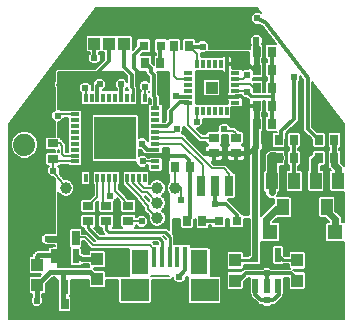
<source format=gtl>
G75*
G70*
%OFA0B0*%
%FSLAX24Y24*%
%IPPOS*%
%LPD*%
%AMOC8*
5,1,8,0,0,1.08239X$1,22.5*
%
%ADD10R,0.1400X0.1400*%
%ADD11R,0.0118X0.0315*%
%ADD12R,0.0315X0.0118*%
%ADD13R,0.0217X0.0472*%
%ADD14C,0.0740*%
%ADD15R,0.0276X0.0354*%
%ADD16R,0.0354X0.0276*%
%ADD17R,0.0276X0.0669*%
%ADD18R,0.0315X0.0315*%
%ADD19R,0.0394X0.0433*%
%ADD20R,0.0250X0.0500*%
%ADD21R,0.0394X0.0551*%
%ADD22R,0.0394X0.0394*%
%ADD23R,0.0177X0.0669*%
%ADD24R,0.0935X0.0748*%
%ADD25R,0.0581X0.0827*%
%ADD26C,0.0394*%
%ADD27R,0.0400X0.0400*%
%ADD28R,0.0500X0.0500*%
%ADD29C,0.0060*%
%ADD30C,0.0100*%
%ADD31C,0.0240*%
%ADD32C,0.0160*%
%ADD33C,0.0120*%
%ADD34C,0.0240*%
%ADD35C,0.0080*%
%ADD36C,0.0320*%
%ADD37C,0.0200*%
D10*
X006800Y006550D03*
D11*
X006800Y005211D03*
X006996Y005211D03*
X007193Y005211D03*
X007390Y005211D03*
X007587Y005211D03*
X007784Y005211D03*
X006603Y005211D03*
X006406Y005211D03*
X006209Y005211D03*
X006012Y005211D03*
X005815Y005211D03*
X005815Y007889D03*
X006012Y007889D03*
X006209Y007889D03*
X006406Y007889D03*
X006603Y007889D03*
X006800Y007889D03*
X006996Y007889D03*
X007193Y007889D03*
X007390Y007889D03*
X007587Y007889D03*
X007784Y007889D03*
X009527Y007433D03*
X009724Y007433D03*
X009921Y007433D03*
X010118Y007433D03*
X010315Y007433D03*
X010512Y007433D03*
X010512Y009007D03*
X010315Y009007D03*
X010118Y009007D03*
X009921Y009007D03*
X009724Y009007D03*
X009527Y009007D03*
D12*
X009232Y008712D03*
X009232Y008515D03*
X009232Y008318D03*
X009232Y008122D03*
X009232Y007925D03*
X009232Y007728D03*
X008138Y007534D03*
X008138Y007337D03*
X008138Y007141D03*
X008138Y006944D03*
X008138Y006747D03*
X008138Y006550D03*
X008138Y006353D03*
X008138Y006156D03*
X008138Y005959D03*
X008138Y005763D03*
X008138Y005566D03*
X010807Y007728D03*
X010807Y007925D03*
X010807Y008122D03*
X010807Y008318D03*
X010807Y008515D03*
X010807Y008712D03*
X005461Y007534D03*
X005461Y007337D03*
X005461Y007141D03*
X005461Y006944D03*
X005461Y006747D03*
X005461Y006550D03*
X005461Y006353D03*
X005461Y006156D03*
X005461Y005959D03*
X005461Y005763D03*
X005461Y005566D03*
D13*
X005494Y002602D03*
X004745Y002602D03*
X004745Y001578D03*
X005120Y001578D03*
X005494Y001578D03*
X011475Y001618D03*
X011850Y001618D03*
X012224Y001618D03*
X012224Y002642D03*
X011475Y002642D03*
D14*
X003772Y005182D03*
X003772Y006322D03*
D15*
X007794Y009060D03*
X008305Y009060D03*
X008754Y009620D03*
X009265Y009620D03*
X011514Y009420D03*
X012025Y009420D03*
X012025Y008820D03*
X011514Y008820D03*
X011514Y008220D03*
X012025Y008220D03*
X012025Y007620D03*
X011514Y007620D03*
X011514Y007020D03*
X012025Y007020D03*
X012244Y006480D03*
X012755Y006480D03*
X012755Y005880D03*
X012244Y005880D03*
X013594Y005880D03*
X014105Y005880D03*
X014105Y006480D03*
X013594Y006480D03*
X009705Y003780D03*
X009194Y003780D03*
X009295Y005580D03*
X008784Y005580D03*
X005625Y001020D03*
X005114Y001020D03*
D16*
X005900Y003774D03*
X005900Y004286D03*
X006500Y004286D03*
X006500Y003774D03*
X007230Y003774D03*
X007230Y004286D03*
X004730Y005854D03*
X004730Y006366D03*
X010100Y006546D03*
X010100Y006034D03*
X010820Y006034D03*
X010820Y006546D03*
D17*
X010592Y004950D03*
X010120Y004950D03*
X009647Y004950D03*
D18*
X010254Y003780D03*
X010845Y003780D03*
X008335Y009620D03*
X007744Y009620D03*
D19*
X006200Y002505D03*
X006200Y001835D03*
X004200Y001635D03*
X004200Y002305D03*
X010800Y002465D03*
X010800Y001795D03*
X012870Y001795D03*
X012870Y002465D03*
D20*
X005482Y003200D03*
X005157Y003200D03*
D21*
X012019Y005107D03*
X012767Y005107D03*
X013480Y005117D03*
X014228Y005117D03*
X013854Y004251D03*
X012393Y004240D03*
D22*
X010020Y008220D03*
D23*
X009131Y002592D03*
X008875Y002592D03*
X008620Y002592D03*
X008364Y002592D03*
X008108Y002592D03*
D24*
X007458Y001490D03*
X009781Y001490D03*
D25*
X009604Y002396D03*
X007635Y002396D03*
D26*
X008200Y003880D03*
X008200Y004380D03*
X008200Y004880D03*
X008800Y004880D03*
X005150Y004880D03*
X005030Y008320D03*
D27*
X006100Y009690D03*
X006600Y009690D03*
X007100Y009690D03*
D28*
X011960Y003410D03*
X012680Y003410D03*
X013540Y003410D03*
X014140Y003410D03*
D29*
X003270Y000503D02*
X003270Y007020D01*
X006156Y010869D01*
X011536Y010869D01*
X011654Y010713D01*
X011626Y010740D01*
X011453Y010740D01*
X011330Y010617D01*
X005967Y010617D01*
X005923Y010559D02*
X011330Y010559D01*
X011330Y010617D02*
X011330Y010443D01*
X011453Y010320D01*
X011615Y010320D01*
X011740Y010253D01*
X012164Y009687D01*
X011850Y009687D01*
X011798Y009634D01*
X011798Y009206D01*
X011850Y009153D01*
X011875Y009153D01*
X011875Y009087D01*
X011850Y009087D01*
X011798Y009034D01*
X011798Y008606D01*
X011850Y008553D01*
X011875Y008553D01*
X011875Y008487D01*
X011850Y008487D01*
X011798Y008434D01*
X011798Y008070D01*
X011741Y008070D01*
X011741Y008434D01*
X011689Y008487D01*
X011390Y008487D01*
X011390Y008553D01*
X011689Y008553D01*
X011741Y008606D01*
X011741Y009034D01*
X011704Y009072D01*
X011704Y009168D01*
X011741Y009206D01*
X011741Y009634D01*
X011689Y009687D01*
X011689Y009692D01*
X011710Y009713D01*
X011710Y009887D01*
X011586Y010010D01*
X011413Y010010D01*
X011290Y009887D01*
X011290Y009713D01*
X011308Y009694D01*
X011310Y009659D01*
X011286Y009634D01*
X011286Y009520D01*
X009930Y009520D01*
X009930Y009677D01*
X009806Y009800D01*
X009633Y009800D01*
X009573Y009740D01*
X009493Y009740D01*
X009493Y009834D01*
X009440Y009887D01*
X009090Y009887D01*
X009038Y009834D01*
X009038Y009520D01*
X008981Y009520D01*
X008981Y009834D01*
X008929Y009887D01*
X008579Y009887D01*
X008544Y009853D01*
X008530Y009867D01*
X008140Y009867D01*
X008087Y009815D01*
X008087Y009425D01*
X008140Y009373D01*
X008155Y009373D01*
X008155Y009327D01*
X008130Y009327D01*
X008078Y009274D01*
X008078Y008988D01*
X008021Y009044D01*
X008021Y009274D01*
X007969Y009327D01*
X007649Y009327D01*
X007694Y009373D01*
X007939Y009373D01*
X007992Y009425D01*
X007992Y009815D01*
X007939Y009867D01*
X007549Y009867D01*
X007497Y009815D01*
X007497Y009599D01*
X007390Y009492D01*
X007390Y009927D01*
X007337Y009980D01*
X006862Y009980D01*
X006850Y009967D01*
X006837Y009980D01*
X006362Y009980D01*
X006350Y009967D01*
X006337Y009980D01*
X005862Y009980D01*
X005810Y009927D01*
X005810Y009453D01*
X005862Y009400D01*
X005950Y009400D01*
X005950Y009357D01*
X005890Y009297D01*
X005890Y009123D01*
X006013Y009000D01*
X006186Y009000D01*
X006310Y009123D01*
X006310Y009297D01*
X006250Y009357D01*
X006250Y009400D01*
X006337Y009400D01*
X006350Y009413D01*
X006362Y009400D01*
X006440Y009400D01*
X006440Y009162D01*
X006127Y008850D01*
X004850Y008850D01*
X004780Y008780D01*
X004780Y008466D01*
X004743Y008377D01*
X004743Y008263D01*
X004780Y008174D01*
X004780Y007487D01*
X004670Y007377D01*
X004670Y007203D01*
X004780Y007093D01*
X004780Y006594D01*
X004515Y006594D01*
X004462Y006541D01*
X004462Y006191D01*
X004515Y006138D01*
X004780Y006138D01*
X004780Y006082D01*
X004515Y006082D01*
X004462Y006029D01*
X004462Y005679D01*
X004515Y005626D01*
X004609Y005626D01*
X004530Y005547D01*
X004530Y005373D01*
X004653Y005250D01*
X004718Y005250D01*
X004780Y005165D01*
X004780Y003390D01*
X004463Y003390D01*
X004340Y003267D01*
X004340Y003093D01*
X004463Y002970D01*
X004780Y002970D01*
X004780Y002930D01*
X004697Y002930D01*
X004695Y002928D01*
X004600Y002928D01*
X004547Y002875D01*
X004547Y002800D01*
X004169Y002800D01*
X004070Y002700D01*
X004030Y002660D01*
X004030Y002611D01*
X003965Y002611D01*
X003913Y002558D01*
X003913Y002051D01*
X003965Y001998D01*
X004327Y001998D01*
X004271Y001942D01*
X003965Y001942D01*
X003913Y001889D01*
X003913Y001382D01*
X003965Y001329D01*
X004023Y001329D01*
X004022Y001249D01*
X003980Y001207D01*
X003980Y001033D01*
X004103Y000910D01*
X004276Y000910D01*
X004400Y001033D01*
X004400Y001207D01*
X004362Y001245D01*
X004363Y001329D01*
X004434Y001329D01*
X004486Y001382D01*
X004486Y001676D01*
X004710Y001900D01*
X004780Y001900D01*
X004780Y001880D01*
X004850Y001810D01*
X004900Y001810D01*
X004900Y001248D01*
X004886Y001234D01*
X004886Y000806D01*
X004939Y000753D01*
X005289Y000753D01*
X005341Y000806D01*
X005341Y001234D01*
X005294Y001281D01*
X005318Y001305D01*
X005318Y001810D01*
X005913Y001810D01*
X005913Y001582D01*
X005965Y001529D01*
X006434Y001529D01*
X006486Y001582D01*
X006486Y001810D01*
X006901Y001810D01*
X006901Y001079D01*
X006953Y001026D01*
X007963Y001026D01*
X008016Y001079D01*
X008016Y001810D01*
X008649Y001810D01*
X008720Y001880D01*
X008720Y001902D01*
X008730Y001902D01*
X008730Y001823D01*
X008853Y001700D01*
X009026Y001700D01*
X009150Y001823D01*
X009150Y001902D01*
X009225Y001902D01*
X009223Y001901D01*
X009223Y001079D01*
X009276Y001026D01*
X010286Y001026D01*
X010338Y001079D01*
X010338Y001901D01*
X010286Y001954D01*
X009984Y001954D01*
X009984Y002846D01*
X009931Y002899D01*
X009310Y002899D01*
X009310Y002964D01*
X009257Y003017D01*
X009005Y003017D01*
X009003Y003015D01*
X009001Y003017D01*
X008760Y003017D01*
X008760Y003308D01*
X008720Y003348D01*
X008720Y003840D01*
X008782Y003840D01*
X008782Y003840D01*
X008966Y003842D01*
X008966Y003566D01*
X009019Y003513D01*
X009369Y003513D01*
X009421Y003566D01*
X009421Y003806D01*
X009445Y003830D01*
X009445Y003834D01*
X009448Y003837D01*
X009448Y003846D01*
X009478Y003846D01*
X009478Y003566D01*
X009530Y003513D01*
X009880Y003513D01*
X009933Y003566D01*
X009933Y003630D01*
X010007Y003630D01*
X010007Y003585D01*
X010059Y003533D01*
X010449Y003533D01*
X010502Y003585D01*
X010502Y003854D01*
X010597Y003855D01*
X010597Y003585D01*
X010650Y003533D01*
X011040Y003533D01*
X011092Y003585D01*
X011092Y003859D01*
X011240Y003860D01*
X011285Y003860D01*
X011285Y002924D01*
X011277Y002915D01*
X011277Y002642D01*
X011240Y002605D01*
X011086Y002605D01*
X011086Y002718D01*
X011034Y002771D01*
X010565Y002771D01*
X010513Y002718D01*
X010513Y002211D01*
X010565Y002158D01*
X011034Y002158D01*
X011086Y002211D01*
X011086Y002325D01*
X011321Y002325D01*
X011330Y002316D01*
X011621Y002316D01*
X011674Y002368D01*
X011674Y002915D01*
X011665Y002924D01*
X011665Y003077D01*
X011672Y003070D01*
X012247Y003070D01*
X012300Y003123D01*
X012300Y003697D01*
X012247Y003750D01*
X012056Y003750D01*
X012181Y003875D01*
X012628Y003875D01*
X012680Y003928D01*
X012680Y004553D01*
X012628Y004606D01*
X012193Y004606D01*
X012229Y004643D01*
X012229Y004741D01*
X012254Y004741D01*
X012306Y004794D01*
X012306Y005420D01*
X012284Y005441D01*
X012285Y005450D01*
X012283Y005455D01*
X012283Y005613D01*
X012419Y005613D01*
X012471Y005666D01*
X012471Y005776D01*
X012487Y005805D01*
X012497Y005904D01*
X012471Y005991D01*
X012471Y006094D01*
X012419Y006147D01*
X012094Y006147D01*
X012083Y006152D01*
X012046Y006152D01*
X012009Y006155D01*
X011996Y006152D01*
X011983Y006152D01*
X011949Y006138D01*
X011914Y006127D01*
X011903Y006119D01*
X011891Y006114D01*
X011865Y006088D01*
X011837Y006064D01*
X011830Y006053D01*
X011821Y006043D01*
X011807Y006009D01*
X011789Y005977D01*
X011788Y005964D01*
X011783Y005951D01*
X011783Y005915D01*
X011779Y005878D01*
X011783Y005865D01*
X011783Y005768D01*
X011775Y005725D01*
X011783Y005715D01*
X011783Y005470D01*
X011733Y005420D01*
X011733Y004794D01*
X011785Y004741D01*
X011809Y004741D01*
X011809Y004643D01*
X011932Y004520D01*
X012106Y004520D01*
X012107Y004520D01*
X012107Y004394D01*
X011753Y004040D01*
X011665Y003953D01*
X011665Y006149D01*
X011710Y006193D01*
X011710Y006367D01*
X011690Y006387D01*
X011690Y006754D01*
X011741Y006806D01*
X011741Y007234D01*
X011704Y007272D01*
X011704Y007368D01*
X011741Y007406D01*
X011741Y007790D01*
X011798Y007790D01*
X011798Y007406D01*
X011850Y007353D01*
X011875Y007353D01*
X011875Y007287D01*
X011850Y007287D01*
X011798Y007234D01*
X011798Y006806D01*
X011850Y006753D01*
X012190Y006753D01*
X012190Y006747D01*
X012069Y006747D01*
X012016Y006694D01*
X012016Y006266D01*
X012069Y006213D01*
X012419Y006213D01*
X012471Y006266D01*
X012471Y006496D01*
X012490Y006514D01*
X012490Y006708D01*
X012910Y007128D01*
X012910Y008423D01*
X012970Y008483D01*
X012970Y008613D01*
X013070Y008480D01*
X013070Y006792D01*
X013366Y006496D01*
X013366Y006266D01*
X013419Y006213D01*
X013769Y006213D01*
X013821Y006266D01*
X013821Y006694D01*
X013769Y006747D01*
X013539Y006747D01*
X013370Y006916D01*
X013370Y008425D01*
X014423Y007020D01*
X014423Y005623D01*
X014333Y005713D01*
X014333Y006094D01*
X014280Y006147D01*
X014275Y006147D01*
X014275Y006213D01*
X014280Y006213D01*
X014333Y006266D01*
X014333Y006694D01*
X014280Y006747D01*
X013930Y006747D01*
X013878Y006694D01*
X013878Y006266D01*
X013930Y006213D01*
X013935Y006213D01*
X013935Y006147D01*
X013930Y006147D01*
X013878Y006094D01*
X013878Y005666D01*
X013895Y005648D01*
X013895Y005557D01*
X013982Y005471D01*
X013941Y005430D01*
X013941Y004804D01*
X013994Y004752D01*
X014423Y004752D01*
X014423Y003750D01*
X014350Y003750D01*
X014350Y003917D01*
X014226Y004040D01*
X014141Y004126D01*
X014141Y004564D01*
X014088Y004617D01*
X013620Y004617D01*
X013567Y004564D01*
X013567Y003938D01*
X013620Y003885D01*
X013787Y003885D01*
X013923Y003750D01*
X013852Y003750D01*
X013800Y003697D01*
X013800Y003123D01*
X013852Y003070D01*
X014423Y003070D01*
X014423Y000503D01*
X003270Y000503D01*
X003270Y000555D02*
X014423Y000555D01*
X014423Y000614D02*
X003270Y000614D01*
X003270Y000672D02*
X014423Y000672D01*
X014423Y000731D02*
X003270Y000731D01*
X003270Y000789D02*
X004902Y000789D01*
X004886Y000848D02*
X003270Y000848D01*
X003270Y000906D02*
X004886Y000906D01*
X004886Y000965D02*
X004331Y000965D01*
X004390Y001023D02*
X004886Y001023D01*
X004886Y001082D02*
X004400Y001082D01*
X004400Y001140D02*
X004886Y001140D01*
X004886Y001199D02*
X004400Y001199D01*
X004362Y001257D02*
X004900Y001257D01*
X004900Y001316D02*
X004363Y001316D01*
X004479Y001374D02*
X004900Y001374D01*
X004900Y001433D02*
X004486Y001433D01*
X004486Y001491D02*
X004900Y001491D01*
X004900Y001550D02*
X004486Y001550D01*
X004486Y001608D02*
X004900Y001608D01*
X004900Y001667D02*
X004486Y001667D01*
X004535Y001725D02*
X004900Y001725D01*
X004900Y001784D02*
X004593Y001784D01*
X004652Y001842D02*
X004818Y001842D01*
X005318Y001784D02*
X005913Y001784D01*
X005913Y001725D02*
X005318Y001725D01*
X005318Y001667D02*
X005913Y001667D01*
X005913Y001608D02*
X005318Y001608D01*
X005318Y001550D02*
X005945Y001550D01*
X006454Y001550D02*
X006901Y001550D01*
X006901Y001608D02*
X006486Y001608D01*
X006486Y001667D02*
X006901Y001667D01*
X006901Y001725D02*
X006486Y001725D01*
X006486Y001784D02*
X006901Y001784D01*
X006929Y001930D02*
X006486Y001930D01*
X006486Y002089D01*
X006434Y002142D01*
X006133Y002142D01*
X006077Y002198D01*
X006434Y002198D01*
X006486Y002251D01*
X006486Y002758D01*
X006434Y002811D01*
X005965Y002811D01*
X005913Y002758D01*
X005913Y002675D01*
X005746Y002676D01*
X005692Y002700D01*
X005692Y002875D01*
X005676Y002892D01*
X005697Y002913D01*
X005697Y003100D01*
X005746Y003100D01*
X005996Y002850D01*
X007259Y002850D01*
X007255Y002846D01*
X007255Y001954D01*
X006953Y001954D01*
X006929Y001930D01*
X007255Y001959D02*
X006486Y001959D01*
X006486Y002018D02*
X007255Y002018D01*
X007255Y002076D02*
X006486Y002076D01*
X006441Y002135D02*
X007255Y002135D01*
X007255Y002193D02*
X006082Y002193D01*
X005923Y002240D02*
X004900Y002240D01*
X004900Y004734D01*
X004906Y004718D01*
X004987Y004637D01*
X005092Y004593D01*
X005207Y004593D01*
X005312Y004637D01*
X005393Y004718D01*
X005436Y004823D01*
X005436Y004937D01*
X005393Y005042D01*
X005312Y005123D01*
X005207Y005167D01*
X005101Y005167D01*
X004950Y005373D01*
X004950Y005547D01*
X004900Y005597D01*
X004900Y005626D01*
X004944Y005626D01*
X004950Y005633D01*
X005247Y005633D01*
X005266Y005614D01*
X005656Y005614D01*
X005708Y005666D01*
X005708Y005859D01*
X005706Y005861D01*
X005708Y005863D01*
X005708Y006056D01*
X005706Y006058D01*
X005708Y006060D01*
X005708Y006253D01*
X005706Y006255D01*
X005708Y006257D01*
X005708Y006449D01*
X005706Y006452D01*
X005708Y006454D01*
X005708Y006646D01*
X005706Y006648D01*
X005708Y006651D01*
X005708Y006843D01*
X005706Y006845D01*
X005708Y006847D01*
X005708Y007040D01*
X005706Y007042D01*
X005708Y007044D01*
X005708Y007237D01*
X005706Y007239D01*
X005708Y007241D01*
X005708Y007434D01*
X005656Y007486D01*
X005266Y007486D01*
X005247Y007467D01*
X004999Y007467D01*
X004966Y007500D01*
X004900Y007500D01*
X004900Y008730D01*
X007067Y008730D01*
X007200Y008598D01*
X007200Y008427D01*
X007086Y008540D01*
X006913Y008540D01*
X006790Y008417D01*
X006790Y008243D01*
X006846Y008186D01*
X006846Y008136D01*
X006703Y008136D01*
X006701Y008134D01*
X006699Y008136D01*
X006506Y008136D01*
X006504Y008134D01*
X006502Y008136D01*
X006383Y008136D01*
X006490Y008243D01*
X006490Y008417D01*
X006366Y008540D01*
X006193Y008540D01*
X006070Y008417D01*
X006070Y008352D01*
X006050Y008332D01*
X006050Y008208D01*
X006059Y008198D01*
X006059Y008136D01*
X006010Y008136D01*
X006010Y008297D01*
X005886Y008420D01*
X005713Y008420D01*
X005590Y008297D01*
X005590Y008123D01*
X005666Y008046D01*
X005666Y007694D01*
X005719Y007641D01*
X005912Y007641D01*
X005914Y007643D01*
X005916Y007641D01*
X006108Y007641D01*
X006111Y007643D01*
X006113Y007641D01*
X006305Y007641D01*
X006307Y007643D01*
X006309Y007641D01*
X006502Y007641D01*
X006504Y007643D01*
X006506Y007641D01*
X006699Y007641D01*
X006701Y007643D01*
X006703Y007641D01*
X006896Y007641D01*
X006898Y007643D01*
X006900Y007641D01*
X007093Y007641D01*
X007095Y007643D01*
X007097Y007641D01*
X007290Y007641D01*
X007292Y007643D01*
X007294Y007641D01*
X007486Y007641D01*
X007539Y007694D01*
X007539Y008083D01*
X007530Y008092D01*
X007530Y008247D01*
X007500Y008278D01*
X007500Y008722D01*
X007492Y008730D01*
X007830Y008730D01*
X007830Y008668D01*
X007917Y008580D01*
X007930Y008568D01*
X007930Y008417D01*
X007876Y008470D01*
X007703Y008470D01*
X007580Y008347D01*
X007580Y008173D01*
X007652Y008101D01*
X007635Y008083D01*
X007635Y007694D01*
X007687Y007641D01*
X007880Y007641D01*
X007933Y007694D01*
X007933Y007885D01*
X007988Y007829D01*
X007988Y007683D01*
X007943Y007683D01*
X007891Y007631D01*
X007891Y007438D01*
X007893Y007436D01*
X007891Y007434D01*
X007891Y007241D01*
X007893Y007239D01*
X007891Y007237D01*
X007891Y007044D01*
X007893Y007042D01*
X007891Y007040D01*
X007891Y006847D01*
X007893Y006845D01*
X007891Y006843D01*
X007891Y006651D01*
X007893Y006648D01*
X007891Y006646D01*
X007891Y006456D01*
X007776Y006570D01*
X007603Y006570D01*
X007590Y006557D01*
X007590Y007287D01*
X007537Y007340D01*
X006062Y007340D01*
X006010Y007287D01*
X006010Y005813D01*
X006062Y005760D01*
X007500Y005760D01*
X007500Y005683D01*
X007623Y005560D01*
X007796Y005560D01*
X007869Y005633D01*
X007891Y005633D01*
X007891Y005469D01*
X004950Y005469D01*
X004950Y005411D02*
X005671Y005411D01*
X005666Y005406D02*
X005666Y005017D01*
X005719Y004964D01*
X005912Y004964D01*
X005964Y005017D01*
X005964Y005406D01*
X005912Y005459D01*
X005719Y005459D01*
X005666Y005406D01*
X005666Y005352D02*
X004965Y005352D01*
X005008Y005294D02*
X005666Y005294D01*
X005666Y005235D02*
X005051Y005235D01*
X005093Y005177D02*
X005666Y005177D01*
X005666Y005118D02*
X005317Y005118D01*
X005376Y005060D02*
X005666Y005060D01*
X005682Y005001D02*
X005410Y005001D01*
X005434Y004943D02*
X006079Y004943D01*
X006079Y004998D02*
X006079Y004649D01*
X005943Y004514D01*
X005685Y004514D01*
X005632Y004461D01*
X005632Y004111D01*
X005685Y004058D01*
X006114Y004058D01*
X006167Y004111D01*
X006167Y004369D01*
X006232Y004435D01*
X006232Y004111D01*
X006285Y004058D01*
X006714Y004058D01*
X006767Y004111D01*
X006767Y004440D01*
X006850Y004523D01*
X006850Y004556D01*
X006901Y004505D01*
X006962Y004423D01*
X006962Y004111D01*
X007015Y004058D01*
X007444Y004058D01*
X007497Y004111D01*
X007497Y004461D01*
X007444Y004514D01*
X007219Y004514D01*
X007130Y004633D01*
X007130Y004644D01*
X007098Y004675D01*
X007071Y004711D01*
X007061Y004713D01*
X006930Y004844D01*
X006930Y004998D01*
X006949Y005017D01*
X006949Y005406D01*
X006896Y005459D01*
X006703Y005459D01*
X006701Y005457D01*
X006699Y005459D01*
X006506Y005459D01*
X006504Y005457D01*
X006502Y005459D01*
X006309Y005459D01*
X006307Y005457D01*
X006305Y005459D01*
X006113Y005459D01*
X006060Y005406D01*
X006060Y005017D01*
X006079Y004998D01*
X006075Y005001D02*
X005949Y005001D01*
X005964Y005060D02*
X006060Y005060D01*
X006060Y005118D02*
X005964Y005118D01*
X005964Y005177D02*
X006060Y005177D01*
X006060Y005235D02*
X005964Y005235D01*
X005964Y005294D02*
X006060Y005294D01*
X006060Y005352D02*
X005964Y005352D01*
X005960Y005411D02*
X006064Y005411D01*
X006061Y005762D02*
X005708Y005762D01*
X005708Y005820D02*
X006010Y005820D01*
X006010Y005879D02*
X005708Y005879D01*
X005708Y005937D02*
X006010Y005937D01*
X006010Y005996D02*
X005708Y005996D01*
X005708Y006054D02*
X006010Y006054D01*
X006010Y006113D02*
X005708Y006113D01*
X005708Y006171D02*
X006010Y006171D01*
X006010Y006230D02*
X005708Y006230D01*
X005708Y006288D02*
X006010Y006288D01*
X006010Y006347D02*
X005708Y006347D01*
X005708Y006405D02*
X006010Y006405D01*
X006010Y006464D02*
X005708Y006464D01*
X005708Y006522D02*
X006010Y006522D01*
X006010Y006581D02*
X005708Y006581D01*
X005708Y006639D02*
X006010Y006639D01*
X006010Y006698D02*
X005708Y006698D01*
X005708Y006756D02*
X006010Y006756D01*
X006010Y006815D02*
X005708Y006815D01*
X005708Y006873D02*
X006010Y006873D01*
X006010Y006932D02*
X005708Y006932D01*
X005708Y006990D02*
X006010Y006990D01*
X006010Y007049D02*
X005708Y007049D01*
X005708Y007107D02*
X006010Y007107D01*
X006010Y007166D02*
X005708Y007166D01*
X005708Y007224D02*
X006010Y007224D01*
X006010Y007283D02*
X005708Y007283D01*
X005708Y007341D02*
X007891Y007341D01*
X007891Y007283D02*
X007590Y007283D01*
X007590Y007224D02*
X007891Y007224D01*
X007891Y007166D02*
X007590Y007166D01*
X007590Y007107D02*
X007891Y007107D01*
X007891Y007049D02*
X007590Y007049D01*
X007590Y006990D02*
X007891Y006990D01*
X007891Y006932D02*
X007590Y006932D01*
X007590Y006873D02*
X007891Y006873D01*
X007891Y006815D02*
X007590Y006815D01*
X007590Y006756D02*
X007891Y006756D01*
X007891Y006698D02*
X007590Y006698D01*
X007590Y006639D02*
X007891Y006639D01*
X007891Y006581D02*
X007590Y006581D01*
X007824Y006522D02*
X007891Y006522D01*
X007883Y006464D02*
X007891Y006464D01*
X007660Y006150D02*
X007693Y006106D01*
X007693Y006094D01*
X007730Y006058D01*
X007761Y006016D01*
X007773Y006015D01*
X007781Y006006D01*
X007833Y006006D01*
X007884Y005999D01*
X007893Y006006D01*
X008200Y006006D01*
X008201Y006007D01*
X008333Y006007D01*
X008386Y006060D01*
X008386Y006223D01*
X008600Y006223D01*
X008600Y005838D01*
X008556Y005794D01*
X008556Y005366D01*
X008600Y005322D01*
X008600Y005086D01*
X008556Y005042D01*
X008513Y004937D01*
X008513Y004823D01*
X008556Y004718D01*
X008600Y004674D01*
X008600Y003468D01*
X008518Y003550D01*
X007448Y003550D01*
X007497Y003599D01*
X007497Y003644D01*
X007508Y003644D01*
X007593Y003560D01*
X007766Y003560D01*
X007890Y003683D01*
X007890Y003857D01*
X007766Y003980D01*
X007593Y003980D01*
X007517Y003904D01*
X007497Y003904D01*
X007497Y003949D01*
X007444Y004002D01*
X007015Y004002D01*
X006962Y003949D01*
X006962Y003599D01*
X007011Y003550D01*
X006718Y003550D01*
X006767Y003599D01*
X006767Y003949D01*
X006714Y004002D01*
X006285Y004002D01*
X006232Y003949D01*
X006232Y003599D01*
X006285Y003546D01*
X006360Y003546D01*
X006360Y003432D01*
X006440Y003352D01*
X006442Y003350D01*
X006278Y003350D01*
X006081Y003546D01*
X006114Y003546D01*
X006167Y003599D01*
X006167Y003949D01*
X006114Y004002D01*
X005685Y004002D01*
X005632Y003949D01*
X005632Y003599D01*
X005685Y003546D01*
X005760Y003546D01*
X005760Y003472D01*
X006080Y003152D01*
X006122Y003110D01*
X006103Y003110D01*
X005930Y003284D01*
X005853Y003360D01*
X005697Y003360D01*
X005697Y003487D01*
X005644Y003540D01*
X005319Y003540D01*
X005267Y003487D01*
X005267Y002913D01*
X005300Y002880D01*
X005295Y002875D01*
X005295Y002328D01*
X005348Y002276D01*
X005639Y002276D01*
X005691Y002328D01*
X005705Y002322D01*
X005741Y002336D01*
X005913Y002335D01*
X005913Y002251D01*
X005923Y002240D01*
X005913Y002252D02*
X004900Y002252D01*
X004900Y002310D02*
X005314Y002310D01*
X005295Y002369D02*
X004900Y002369D01*
X004900Y002427D02*
X005295Y002427D01*
X005295Y002486D02*
X004900Y002486D01*
X004900Y002544D02*
X005295Y002544D01*
X005295Y002603D02*
X004900Y002603D01*
X004900Y002661D02*
X005295Y002661D01*
X005295Y002720D02*
X004900Y002720D01*
X004900Y002778D02*
X005295Y002778D01*
X005295Y002837D02*
X004900Y002837D01*
X004900Y002895D02*
X005284Y002895D01*
X005267Y002954D02*
X004900Y002954D01*
X004900Y003012D02*
X005267Y003012D01*
X005267Y003071D02*
X004900Y003071D01*
X004900Y003129D02*
X005267Y003129D01*
X005267Y003188D02*
X004900Y003188D01*
X004900Y003246D02*
X005267Y003246D01*
X005267Y003305D02*
X004900Y003305D01*
X004900Y003363D02*
X005267Y003363D01*
X005267Y003422D02*
X004900Y003422D01*
X004900Y003480D02*
X005267Y003480D01*
X005318Y003539D02*
X004900Y003539D01*
X004900Y003597D02*
X005634Y003597D01*
X005632Y003656D02*
X004900Y003656D01*
X004900Y003714D02*
X005632Y003714D01*
X005632Y003773D02*
X004900Y003773D01*
X004900Y003831D02*
X005632Y003831D01*
X005632Y003890D02*
X004900Y003890D01*
X004900Y003948D02*
X005632Y003948D01*
X005678Y004065D02*
X004900Y004065D01*
X004900Y004007D02*
X007889Y004007D01*
X007926Y003970D02*
X007913Y003937D01*
X007913Y003823D01*
X007956Y003718D01*
X008037Y003637D01*
X008142Y003593D01*
X008257Y003593D01*
X008362Y003637D01*
X008443Y003718D01*
X008486Y003823D01*
X008486Y003937D01*
X008443Y004042D01*
X008362Y004123D01*
X008346Y004130D01*
X008362Y004137D01*
X008443Y004218D01*
X008486Y004323D01*
X008486Y004437D01*
X008443Y004542D01*
X008362Y004623D01*
X008346Y004630D01*
X008362Y004637D01*
X008443Y004718D01*
X008486Y004823D01*
X008486Y004937D01*
X008443Y005042D01*
X008362Y005123D01*
X008257Y005167D01*
X008142Y005167D01*
X008037Y005123D01*
X007956Y005042D01*
X007943Y005010D01*
X007926Y005010D01*
X007933Y005017D01*
X007933Y005406D01*
X007880Y005459D01*
X007687Y005459D01*
X007685Y005457D01*
X007683Y005459D01*
X007491Y005459D01*
X007488Y005457D01*
X007486Y005459D01*
X007294Y005459D01*
X007292Y005457D01*
X007290Y005459D01*
X007097Y005459D01*
X007044Y005406D01*
X007044Y005017D01*
X007063Y004998D01*
X007063Y004982D01*
X007520Y004526D01*
X007520Y004476D01*
X007596Y004400D01*
X007770Y004226D01*
X007770Y004126D01*
X007926Y003970D01*
X007917Y003948D02*
X007798Y003948D01*
X007857Y003890D02*
X007913Y003890D01*
X007913Y003831D02*
X007890Y003831D01*
X007890Y003773D02*
X007934Y003773D01*
X007960Y003714D02*
X007890Y003714D01*
X007862Y003656D02*
X008018Y003656D01*
X008133Y003597D02*
X007804Y003597D01*
X007555Y003597D02*
X007495Y003597D01*
X007497Y003948D02*
X007561Y003948D01*
X007451Y004065D02*
X007831Y004065D01*
X007772Y004124D02*
X007497Y004124D01*
X007497Y004182D02*
X007770Y004182D01*
X007755Y004241D02*
X007497Y004241D01*
X007497Y004299D02*
X007697Y004299D01*
X007638Y004358D02*
X007497Y004358D01*
X007497Y004416D02*
X007580Y004416D01*
X007596Y004400D02*
X007596Y004400D01*
X007521Y004475D02*
X007483Y004475D01*
X007513Y004533D02*
X007204Y004533D01*
X007161Y004592D02*
X007454Y004592D01*
X007396Y004650D02*
X007123Y004650D01*
X007073Y004709D02*
X007337Y004709D01*
X007279Y004767D02*
X007006Y004767D01*
X006948Y004826D02*
X007220Y004826D01*
X007162Y004884D02*
X006930Y004884D01*
X006930Y004943D02*
X007103Y004943D01*
X007060Y005001D02*
X006933Y005001D01*
X006949Y005060D02*
X007044Y005060D01*
X007044Y005118D02*
X006949Y005118D01*
X006949Y005177D02*
X007044Y005177D01*
X007044Y005235D02*
X006949Y005235D01*
X006949Y005294D02*
X007044Y005294D01*
X007044Y005352D02*
X006949Y005352D01*
X006944Y005411D02*
X007049Y005411D01*
X007500Y005703D02*
X005708Y005703D01*
X005687Y005645D02*
X007538Y005645D01*
X007596Y005586D02*
X004910Y005586D01*
X004950Y005528D02*
X007891Y005528D01*
X007891Y005586D02*
X007823Y005586D01*
X007891Y005469D02*
X007943Y005417D01*
X008333Y005417D01*
X008386Y005469D01*
X008386Y005662D01*
X008383Y005664D01*
X008386Y005666D01*
X008386Y005859D01*
X008333Y005912D01*
X007943Y005912D01*
X007924Y005893D01*
X007884Y005893D01*
X007796Y005980D01*
X007623Y005980D01*
X007590Y005947D01*
X007590Y006163D01*
X007603Y006150D01*
X007660Y006150D01*
X007688Y006113D02*
X007590Y006113D01*
X007590Y006054D02*
X007732Y006054D01*
X007590Y005996D02*
X008600Y005996D01*
X008600Y006054D02*
X008380Y006054D01*
X008386Y006113D02*
X008600Y006113D01*
X008600Y006171D02*
X008386Y006171D01*
X008366Y005879D02*
X008600Y005879D01*
X008600Y005937D02*
X007839Y005937D01*
X008386Y005820D02*
X008581Y005820D01*
X008556Y005762D02*
X008386Y005762D01*
X008386Y005703D02*
X008556Y005703D01*
X008556Y005645D02*
X008386Y005645D01*
X008386Y005586D02*
X008556Y005586D01*
X008556Y005528D02*
X008386Y005528D01*
X008385Y005469D02*
X008556Y005469D01*
X008556Y005411D02*
X007928Y005411D01*
X007933Y005352D02*
X008569Y005352D01*
X008600Y005294D02*
X007933Y005294D01*
X007933Y005235D02*
X008600Y005235D01*
X008600Y005177D02*
X007933Y005177D01*
X007933Y005118D02*
X008032Y005118D01*
X007973Y005060D02*
X007933Y005060D01*
X008367Y005118D02*
X008600Y005118D01*
X008573Y005060D02*
X008426Y005060D01*
X008460Y005001D02*
X008539Y005001D01*
X008515Y004943D02*
X008484Y004943D01*
X008486Y004884D02*
X008513Y004884D01*
X008513Y004826D02*
X008486Y004826D01*
X008463Y004767D02*
X008536Y004767D01*
X008565Y004709D02*
X008434Y004709D01*
X008375Y004650D02*
X008600Y004650D01*
X008600Y004592D02*
X008394Y004592D01*
X008447Y004533D02*
X008600Y004533D01*
X008600Y004475D02*
X008471Y004475D01*
X008486Y004416D02*
X008600Y004416D01*
X008600Y004358D02*
X008486Y004358D01*
X008476Y004299D02*
X008600Y004299D01*
X008600Y004241D02*
X008452Y004241D01*
X008407Y004182D02*
X008600Y004182D01*
X008600Y004124D02*
X008361Y004124D01*
X008420Y004065D02*
X008600Y004065D01*
X008600Y004007D02*
X008458Y004007D01*
X008482Y003948D02*
X008600Y003948D01*
X008600Y003890D02*
X008486Y003890D01*
X008486Y003831D02*
X008600Y003831D01*
X008600Y003773D02*
X008466Y003773D01*
X008439Y003714D02*
X008600Y003714D01*
X008600Y003656D02*
X008381Y003656D01*
X008266Y003597D02*
X008600Y003597D01*
X008600Y003539D02*
X008529Y003539D01*
X008587Y003480D02*
X008600Y003480D01*
X008720Y003480D02*
X011285Y003480D01*
X011285Y003422D02*
X008720Y003422D01*
X008720Y003363D02*
X011285Y003363D01*
X011285Y003305D02*
X008760Y003305D01*
X008760Y003246D02*
X011285Y003246D01*
X011285Y003188D02*
X008760Y003188D01*
X008760Y003129D02*
X011285Y003129D01*
X011285Y003071D02*
X008760Y003071D01*
X008480Y003188D02*
X008418Y003250D01*
X008398Y003270D01*
X008402Y003270D01*
X008480Y003192D01*
X008480Y003188D01*
X008425Y003246D02*
X008421Y003246D01*
X008220Y003052D02*
X008220Y003017D01*
X008096Y003017D01*
X008080Y003034D01*
X008043Y003070D01*
X008202Y003070D01*
X008220Y003052D01*
X008720Y003539D02*
X008993Y003539D01*
X008966Y003597D02*
X008720Y003597D01*
X008720Y003656D02*
X008966Y003656D01*
X008966Y003714D02*
X008720Y003714D01*
X008720Y003773D02*
X008966Y003773D01*
X008966Y003831D02*
X008720Y003831D01*
X008720Y003840D02*
X008720Y003840D01*
X009421Y003773D02*
X009478Y003773D01*
X009478Y003831D02*
X009445Y003831D01*
X009421Y003714D02*
X009478Y003714D01*
X009478Y003656D02*
X009421Y003656D01*
X009421Y003597D02*
X009478Y003597D01*
X009505Y003539D02*
X009394Y003539D01*
X009906Y003539D02*
X010053Y003539D01*
X010007Y003597D02*
X009933Y003597D01*
X010455Y003539D02*
X010644Y003539D01*
X010597Y003597D02*
X010502Y003597D01*
X010502Y003656D02*
X010597Y003656D01*
X010597Y003714D02*
X010502Y003714D01*
X010502Y003773D02*
X010597Y003773D01*
X010597Y003831D02*
X010502Y003831D01*
X011092Y003831D02*
X011285Y003831D01*
X011285Y003773D02*
X011092Y003773D01*
X011092Y003714D02*
X011285Y003714D01*
X011285Y003656D02*
X011092Y003656D01*
X011092Y003597D02*
X011285Y003597D01*
X011285Y003539D02*
X011046Y003539D01*
X011285Y003012D02*
X009262Y003012D01*
X009310Y002954D02*
X011285Y002954D01*
X011277Y002895D02*
X009935Y002895D01*
X009984Y002837D02*
X011277Y002837D01*
X011277Y002778D02*
X009984Y002778D01*
X009984Y002720D02*
X010514Y002720D01*
X010513Y002661D02*
X009984Y002661D01*
X009984Y002603D02*
X010513Y002603D01*
X010513Y002544D02*
X009984Y002544D01*
X009984Y002486D02*
X010513Y002486D01*
X010513Y002427D02*
X009984Y002427D01*
X009984Y002369D02*
X010513Y002369D01*
X010513Y002310D02*
X009984Y002310D01*
X009984Y002252D02*
X010513Y002252D01*
X010530Y002193D02*
X009984Y002193D01*
X009984Y002135D02*
X011042Y002135D01*
X011009Y002102D02*
X011087Y002180D01*
X011703Y002180D01*
X011763Y002240D01*
X011936Y002240D01*
X011996Y002180D01*
X012613Y002180D01*
X012583Y002211D01*
X012583Y002336D01*
X012397Y002344D01*
X012369Y002316D01*
X012078Y002316D01*
X012025Y002368D01*
X012025Y002915D01*
X012078Y002968D01*
X012369Y002968D01*
X012422Y002915D01*
X012422Y002642D01*
X012441Y002622D01*
X012583Y002616D01*
X012583Y002718D01*
X012635Y002771D01*
X013104Y002771D01*
X013156Y002718D01*
X013156Y002211D01*
X013104Y002158D01*
X012734Y002158D01*
X012790Y002102D01*
X013104Y002102D01*
X013156Y002049D01*
X013156Y001542D01*
X013104Y001489D01*
X012635Y001489D01*
X012583Y001542D01*
X012583Y001880D01*
X012422Y001880D01*
X012422Y001345D01*
X012400Y001322D01*
X012400Y001258D01*
X012210Y001068D01*
X012210Y001068D01*
X012122Y000980D01*
X012006Y000980D01*
X011946Y000920D01*
X011773Y000920D01*
X011713Y000980D01*
X011607Y000980D01*
X011520Y001068D01*
X011325Y001262D01*
X011325Y001296D01*
X011277Y001345D01*
X011277Y001880D01*
X011212Y001880D01*
X011086Y001755D01*
X011086Y001542D01*
X011034Y001489D01*
X010565Y001489D01*
X010513Y001542D01*
X010513Y002049D01*
X010565Y002102D01*
X011009Y002102D01*
X011069Y002193D02*
X011716Y002193D01*
X011674Y002369D02*
X012025Y002369D01*
X012025Y002427D02*
X011674Y002427D01*
X011674Y002486D02*
X012025Y002486D01*
X012025Y002544D02*
X011674Y002544D01*
X011674Y002603D02*
X012025Y002603D01*
X012025Y002661D02*
X011674Y002661D01*
X011674Y002720D02*
X012025Y002720D01*
X012025Y002778D02*
X011674Y002778D01*
X011674Y002837D02*
X012025Y002837D01*
X012025Y002895D02*
X011674Y002895D01*
X011665Y002954D02*
X012063Y002954D01*
X012247Y003071D02*
X013852Y003071D01*
X013800Y003129D02*
X012300Y003129D01*
X012300Y003188D02*
X013800Y003188D01*
X013800Y003246D02*
X012300Y003246D01*
X012300Y003305D02*
X013800Y003305D01*
X013800Y003363D02*
X012300Y003363D01*
X012300Y003422D02*
X013800Y003422D01*
X013800Y003480D02*
X012300Y003480D01*
X012300Y003539D02*
X013800Y003539D01*
X013800Y003597D02*
X012300Y003597D01*
X012300Y003656D02*
X013800Y003656D01*
X013816Y003714D02*
X012283Y003714D01*
X012138Y003831D02*
X013841Y003831D01*
X013900Y003773D02*
X012079Y003773D01*
X011778Y004065D02*
X011665Y004065D01*
X011665Y004007D02*
X011719Y004007D01*
X011665Y004124D02*
X011836Y004124D01*
X011895Y004182D02*
X011665Y004182D01*
X011665Y004241D02*
X011953Y004241D01*
X012012Y004299D02*
X011665Y004299D01*
X011665Y004358D02*
X012070Y004358D01*
X012107Y004416D02*
X011665Y004416D01*
X011665Y004475D02*
X012107Y004475D01*
X011919Y004533D02*
X011665Y004533D01*
X011665Y004592D02*
X011861Y004592D01*
X011809Y004650D02*
X011665Y004650D01*
X011665Y004709D02*
X011809Y004709D01*
X011759Y004767D02*
X011665Y004767D01*
X011665Y004826D02*
X011733Y004826D01*
X011733Y004884D02*
X011665Y004884D01*
X011665Y004943D02*
X011733Y004943D01*
X011733Y005001D02*
X011665Y005001D01*
X011665Y005060D02*
X011733Y005060D01*
X011733Y005118D02*
X011665Y005118D01*
X011665Y005177D02*
X011733Y005177D01*
X011733Y005235D02*
X011665Y005235D01*
X011665Y005294D02*
X011733Y005294D01*
X011733Y005352D02*
X011665Y005352D01*
X011665Y005411D02*
X011733Y005411D01*
X011782Y005469D02*
X011665Y005469D01*
X011665Y005528D02*
X011783Y005528D01*
X011783Y005586D02*
X011665Y005586D01*
X011665Y005645D02*
X011783Y005645D01*
X011783Y005703D02*
X011665Y005703D01*
X011665Y005762D02*
X011782Y005762D01*
X011783Y005820D02*
X011665Y005820D01*
X011665Y005879D02*
X011779Y005879D01*
X011783Y005937D02*
X011665Y005937D01*
X011665Y005996D02*
X011799Y005996D01*
X011831Y006054D02*
X011665Y006054D01*
X011665Y006113D02*
X011890Y006113D01*
X012052Y006230D02*
X011710Y006230D01*
X011710Y006288D02*
X012016Y006288D01*
X012016Y006347D02*
X011710Y006347D01*
X011690Y006405D02*
X012016Y006405D01*
X012016Y006464D02*
X011690Y006464D01*
X011690Y006522D02*
X012016Y006522D01*
X012016Y006581D02*
X011690Y006581D01*
X011690Y006639D02*
X012016Y006639D01*
X012019Y006698D02*
X011690Y006698D01*
X011692Y006756D02*
X011847Y006756D01*
X011798Y006815D02*
X011741Y006815D01*
X011741Y006873D02*
X011798Y006873D01*
X011798Y006932D02*
X011741Y006932D01*
X011741Y006990D02*
X011798Y006990D01*
X011798Y007049D02*
X011741Y007049D01*
X011741Y007107D02*
X011798Y007107D01*
X011798Y007166D02*
X011741Y007166D01*
X011741Y007224D02*
X011798Y007224D01*
X011846Y007283D02*
X011704Y007283D01*
X011704Y007341D02*
X011875Y007341D01*
X011804Y007400D02*
X011735Y007400D01*
X011741Y007458D02*
X011798Y007458D01*
X011798Y007517D02*
X011741Y007517D01*
X011741Y007575D02*
X011798Y007575D01*
X011798Y007634D02*
X011741Y007634D01*
X011741Y007692D02*
X011798Y007692D01*
X011798Y007751D02*
X011741Y007751D01*
X011741Y008102D02*
X011798Y008102D01*
X011798Y008160D02*
X011741Y008160D01*
X011741Y008219D02*
X011798Y008219D01*
X011798Y008277D02*
X011741Y008277D01*
X011741Y008336D02*
X011798Y008336D01*
X011798Y008394D02*
X011741Y008394D01*
X011723Y008453D02*
X011816Y008453D01*
X011875Y008511D02*
X011390Y008511D01*
X011705Y008570D02*
X011834Y008570D01*
X011798Y008628D02*
X011741Y008628D01*
X011741Y008687D02*
X011798Y008687D01*
X011798Y008745D02*
X011741Y008745D01*
X011741Y008804D02*
X011798Y008804D01*
X011798Y008862D02*
X011741Y008862D01*
X011741Y008921D02*
X011798Y008921D01*
X011798Y008979D02*
X011741Y008979D01*
X011738Y009038D02*
X011801Y009038D01*
X011875Y009096D02*
X011704Y009096D01*
X011704Y009155D02*
X011849Y009155D01*
X011798Y009213D02*
X011741Y009213D01*
X011741Y009272D02*
X011798Y009272D01*
X011798Y009330D02*
X011741Y009330D01*
X011741Y009389D02*
X011798Y009389D01*
X011798Y009447D02*
X011741Y009447D01*
X011741Y009506D02*
X011798Y009506D01*
X011798Y009564D02*
X011741Y009564D01*
X011741Y009623D02*
X011798Y009623D01*
X011844Y009681D02*
X011695Y009681D01*
X011710Y009740D02*
X012125Y009740D01*
X012081Y009798D02*
X011710Y009798D01*
X011710Y009857D02*
X012037Y009857D01*
X011993Y009915D02*
X011681Y009915D01*
X011623Y009974D02*
X011949Y009974D01*
X011905Y010032D02*
X005528Y010032D01*
X005485Y009974D02*
X005856Y009974D01*
X005810Y009915D02*
X005441Y009915D01*
X005397Y009857D02*
X005810Y009857D01*
X005810Y009798D02*
X005353Y009798D01*
X005309Y009740D02*
X005810Y009740D01*
X005810Y009681D02*
X005265Y009681D01*
X005221Y009623D02*
X005810Y009623D01*
X005810Y009564D02*
X005177Y009564D01*
X005134Y009506D02*
X005810Y009506D01*
X005815Y009447D02*
X005090Y009447D01*
X005046Y009389D02*
X005950Y009389D01*
X005923Y009330D02*
X005002Y009330D01*
X004958Y009272D02*
X005890Y009272D01*
X005890Y009213D02*
X004914Y009213D01*
X004870Y009155D02*
X005890Y009155D01*
X005916Y009096D02*
X004826Y009096D01*
X004783Y009038D02*
X005975Y009038D01*
X006139Y008862D02*
X004651Y008862D01*
X004607Y008804D02*
X004803Y008804D01*
X004780Y008745D02*
X004563Y008745D01*
X004519Y008687D02*
X004780Y008687D01*
X004780Y008628D02*
X004475Y008628D01*
X004432Y008570D02*
X004780Y008570D01*
X004780Y008511D02*
X004388Y008511D01*
X004344Y008453D02*
X004774Y008453D01*
X004750Y008394D02*
X004300Y008394D01*
X004256Y008336D02*
X004743Y008336D01*
X004743Y008277D02*
X004212Y008277D01*
X004168Y008219D02*
X004761Y008219D01*
X004780Y008160D02*
X004124Y008160D01*
X004081Y008102D02*
X004780Y008102D01*
X004780Y008043D02*
X004037Y008043D01*
X003993Y007985D02*
X004780Y007985D01*
X004780Y007926D02*
X003949Y007926D01*
X003905Y007868D02*
X004780Y007868D01*
X004780Y007809D02*
X003861Y007809D01*
X003817Y007751D02*
X004780Y007751D01*
X004780Y007692D02*
X003773Y007692D01*
X003730Y007634D02*
X004780Y007634D01*
X004780Y007575D02*
X003686Y007575D01*
X003642Y007517D02*
X004780Y007517D01*
X004751Y007458D02*
X003598Y007458D01*
X003554Y007400D02*
X004692Y007400D01*
X004670Y007341D02*
X003510Y007341D01*
X003466Y007283D02*
X004670Y007283D01*
X004670Y007224D02*
X003422Y007224D01*
X003379Y007166D02*
X004707Y007166D01*
X004765Y007107D02*
X003335Y007107D01*
X003291Y007049D02*
X004780Y007049D01*
X004780Y006990D02*
X003270Y006990D01*
X003270Y006932D02*
X004780Y006932D01*
X004780Y006873D02*
X003270Y006873D01*
X003270Y006815D02*
X004780Y006815D01*
X004780Y006756D02*
X003926Y006756D01*
X003864Y006782D02*
X004033Y006712D01*
X004162Y006582D01*
X004232Y006413D01*
X004232Y006230D01*
X004162Y006061D01*
X004033Y005932D01*
X003864Y005862D01*
X003681Y005862D01*
X003512Y005932D01*
X003382Y006061D01*
X003312Y006230D01*
X003312Y006413D01*
X003382Y006582D01*
X003512Y006712D01*
X003681Y006782D01*
X003864Y006782D01*
X004047Y006698D02*
X004780Y006698D01*
X004780Y006639D02*
X004105Y006639D01*
X004163Y006581D02*
X004502Y006581D01*
X004462Y006522D02*
X004187Y006522D01*
X004211Y006464D02*
X004462Y006464D01*
X004462Y006405D02*
X004232Y006405D01*
X004232Y006347D02*
X004462Y006347D01*
X004462Y006288D02*
X004232Y006288D01*
X004232Y006230D02*
X004462Y006230D01*
X004482Y006171D02*
X004208Y006171D01*
X004184Y006113D02*
X004780Y006113D01*
X004900Y006113D02*
X004910Y006113D01*
X004910Y006138D02*
X004910Y006082D01*
X004900Y006082D01*
X004900Y006138D01*
X004910Y006138D01*
X005170Y006113D02*
X005213Y006113D01*
X005213Y006089D02*
X005170Y006089D01*
X005170Y006344D01*
X005090Y006424D01*
X005013Y006500D01*
X004997Y006500D01*
X004997Y006541D01*
X004944Y006594D01*
X004900Y006594D01*
X004900Y007080D01*
X004966Y007080D01*
X005090Y007203D01*
X005090Y007207D01*
X005213Y007207D01*
X005213Y007044D01*
X005216Y007042D01*
X005213Y007040D01*
X005213Y006847D01*
X005216Y006845D01*
X005213Y006843D01*
X005213Y006651D01*
X005216Y006648D01*
X005213Y006646D01*
X005213Y006454D01*
X005216Y006452D01*
X005213Y006449D01*
X005213Y006257D01*
X005216Y006255D01*
X005213Y006253D01*
X005213Y006089D01*
X005213Y006171D02*
X005170Y006171D01*
X005170Y006230D02*
X005213Y006230D01*
X005213Y006288D02*
X005170Y006288D01*
X005167Y006347D02*
X005213Y006347D01*
X005213Y006405D02*
X005108Y006405D01*
X005050Y006464D02*
X005213Y006464D01*
X005213Y006522D02*
X004997Y006522D01*
X004957Y006581D02*
X005213Y006581D01*
X005213Y006639D02*
X004900Y006639D01*
X004900Y006698D02*
X005213Y006698D01*
X005213Y006756D02*
X004900Y006756D01*
X004900Y006815D02*
X005213Y006815D01*
X005213Y006873D02*
X004900Y006873D01*
X004900Y006932D02*
X005213Y006932D01*
X005213Y006990D02*
X004900Y006990D01*
X004900Y007049D02*
X005213Y007049D01*
X005213Y007107D02*
X004994Y007107D01*
X005052Y007166D02*
X005213Y007166D01*
X004900Y007517D02*
X007891Y007517D01*
X007891Y007575D02*
X004900Y007575D01*
X004900Y007634D02*
X007894Y007634D01*
X007931Y007692D02*
X007988Y007692D01*
X007988Y007751D02*
X007933Y007751D01*
X007933Y007809D02*
X007988Y007809D01*
X007950Y007868D02*
X007933Y007868D01*
X007930Y008087D02*
X007921Y008095D01*
X007930Y008103D01*
X007930Y008087D01*
X007928Y008102D02*
X007930Y008102D01*
X007651Y008102D02*
X007530Y008102D01*
X007530Y008160D02*
X007592Y008160D01*
X007580Y008219D02*
X007530Y008219D01*
X007500Y008277D02*
X007580Y008277D01*
X007580Y008336D02*
X007500Y008336D01*
X007500Y008394D02*
X007627Y008394D01*
X007685Y008453D02*
X007500Y008453D01*
X007500Y008511D02*
X007930Y008511D01*
X007930Y008453D02*
X007894Y008453D01*
X007928Y008570D02*
X007500Y008570D01*
X007500Y008628D02*
X007869Y008628D01*
X007830Y008687D02*
X007500Y008687D01*
X007200Y008570D02*
X004900Y008570D01*
X004900Y008628D02*
X007169Y008628D01*
X007111Y008687D02*
X004900Y008687D01*
X004900Y008511D02*
X006164Y008511D01*
X006105Y008453D02*
X004900Y008453D01*
X004900Y008394D02*
X005687Y008394D01*
X005628Y008336D02*
X004900Y008336D01*
X004900Y008277D02*
X005590Y008277D01*
X005590Y008219D02*
X004900Y008219D01*
X004900Y008160D02*
X005590Y008160D01*
X005611Y008102D02*
X004900Y008102D01*
X004900Y008043D02*
X005666Y008043D01*
X005666Y007985D02*
X004900Y007985D01*
X004900Y007926D02*
X005666Y007926D01*
X005666Y007868D02*
X004900Y007868D01*
X004900Y007809D02*
X005666Y007809D01*
X005666Y007751D02*
X004900Y007751D01*
X004900Y007692D02*
X005668Y007692D01*
X005684Y007458D02*
X007891Y007458D01*
X007891Y007400D02*
X005708Y007400D01*
X006010Y008160D02*
X006059Y008160D01*
X006050Y008219D02*
X006010Y008219D01*
X006010Y008277D02*
X006050Y008277D01*
X006053Y008336D02*
X005971Y008336D01*
X005912Y008394D02*
X006070Y008394D01*
X006395Y008511D02*
X006884Y008511D01*
X006825Y008453D02*
X006454Y008453D01*
X006490Y008394D02*
X006790Y008394D01*
X006790Y008336D02*
X006490Y008336D01*
X006490Y008277D02*
X006790Y008277D01*
X006814Y008219D02*
X006465Y008219D01*
X006407Y008160D02*
X006846Y008160D01*
X007146Y008160D02*
X007207Y008160D01*
X007200Y008168D02*
X007200Y008233D01*
X007146Y008180D01*
X007146Y008136D01*
X007231Y008136D01*
X007200Y008168D01*
X007200Y008219D02*
X007185Y008219D01*
X007174Y008453D02*
X007200Y008453D01*
X007200Y008511D02*
X007115Y008511D01*
X007539Y008043D02*
X007635Y008043D01*
X007635Y007985D02*
X007539Y007985D01*
X007539Y007926D02*
X007635Y007926D01*
X007635Y007868D02*
X007539Y007868D01*
X007539Y007809D02*
X007635Y007809D01*
X007635Y007751D02*
X007539Y007751D01*
X007537Y007692D02*
X007636Y007692D01*
X008230Y008012D02*
X008230Y008692D01*
X008192Y008730D01*
X008600Y008730D01*
X008600Y007592D01*
X008500Y007492D01*
X008500Y007142D01*
X008451Y007094D01*
X008386Y007094D01*
X008386Y007237D01*
X008383Y007239D01*
X008386Y007241D01*
X008386Y007434D01*
X008383Y007436D01*
X008386Y007438D01*
X008386Y007631D01*
X008333Y007683D01*
X008288Y007683D01*
X008288Y007954D01*
X008230Y008012D01*
X008230Y008043D02*
X008600Y008043D01*
X008600Y007985D02*
X008257Y007985D01*
X008288Y007926D02*
X008600Y007926D01*
X008600Y007868D02*
X008288Y007868D01*
X008288Y007809D02*
X008600Y007809D01*
X008600Y007751D02*
X008288Y007751D01*
X008288Y007692D02*
X008600Y007692D01*
X008600Y007634D02*
X008383Y007634D01*
X008386Y007575D02*
X008582Y007575D01*
X008524Y007517D02*
X008386Y007517D01*
X008386Y007458D02*
X008500Y007458D01*
X008500Y007400D02*
X008386Y007400D01*
X008386Y007341D02*
X008500Y007341D01*
X008500Y007283D02*
X008386Y007283D01*
X008386Y007224D02*
X008500Y007224D01*
X008500Y007166D02*
X008386Y007166D01*
X008386Y007107D02*
X008464Y007107D01*
X008600Y008102D02*
X008230Y008102D01*
X008230Y008160D02*
X008600Y008160D01*
X008600Y008219D02*
X008230Y008219D01*
X008230Y008277D02*
X008600Y008277D01*
X008600Y008336D02*
X008230Y008336D01*
X008230Y008394D02*
X008600Y008394D01*
X008600Y008453D02*
X008230Y008453D01*
X008230Y008511D02*
X008600Y008511D01*
X008600Y008570D02*
X008230Y008570D01*
X008230Y008628D02*
X008600Y008628D01*
X008600Y008687D02*
X008230Y008687D01*
X008078Y009038D02*
X008028Y009038D01*
X008021Y009096D02*
X008078Y009096D01*
X008078Y009155D02*
X008021Y009155D01*
X008021Y009213D02*
X008078Y009213D01*
X008078Y009272D02*
X008021Y009272D01*
X007955Y009389D02*
X008124Y009389D01*
X008155Y009330D02*
X007652Y009330D01*
X007461Y009564D02*
X007390Y009564D01*
X007390Y009506D02*
X007403Y009506D01*
X007390Y009623D02*
X007497Y009623D01*
X007497Y009681D02*
X007390Y009681D01*
X007390Y009740D02*
X007497Y009740D01*
X007497Y009798D02*
X007390Y009798D01*
X007390Y009857D02*
X007539Y009857D01*
X007390Y009915D02*
X011318Y009915D01*
X011290Y009857D02*
X009471Y009857D01*
X009493Y009798D02*
X009631Y009798D01*
X009808Y009798D02*
X011290Y009798D01*
X011290Y009740D02*
X009867Y009740D01*
X009925Y009681D02*
X011309Y009681D01*
X011286Y009623D02*
X009930Y009623D01*
X009930Y009564D02*
X011286Y009564D01*
X011376Y009974D02*
X007343Y009974D01*
X006856Y009974D02*
X006843Y009974D01*
X006356Y009974D02*
X006343Y009974D01*
X006250Y009389D02*
X006440Y009389D01*
X006440Y009330D02*
X006276Y009330D01*
X006310Y009272D02*
X006440Y009272D01*
X006440Y009213D02*
X006310Y009213D01*
X006310Y009155D02*
X006432Y009155D01*
X006373Y009096D02*
X006283Y009096D01*
X006315Y009038D02*
X006224Y009038D01*
X006256Y008979D02*
X004739Y008979D01*
X004695Y008921D02*
X006198Y008921D01*
X005572Y010091D02*
X011862Y010091D01*
X011818Y010149D02*
X005616Y010149D01*
X005660Y010208D02*
X011774Y010208D01*
X011716Y010266D02*
X005704Y010266D01*
X005748Y010325D02*
X011448Y010325D01*
X011389Y010383D02*
X005792Y010383D01*
X005836Y010442D02*
X011331Y010442D01*
X011330Y010500D02*
X005879Y010500D01*
X006011Y010676D02*
X011388Y010676D01*
X011447Y010734D02*
X006055Y010734D01*
X006099Y010793D02*
X011594Y010793D01*
X011632Y010734D02*
X011638Y010734D01*
X011550Y010851D02*
X006143Y010851D01*
X007950Y009857D02*
X008129Y009857D01*
X008087Y009798D02*
X007992Y009798D01*
X007992Y009740D02*
X008087Y009740D01*
X008087Y009681D02*
X007992Y009681D01*
X007992Y009623D02*
X008087Y009623D01*
X008087Y009564D02*
X007992Y009564D01*
X007992Y009506D02*
X008087Y009506D01*
X008087Y009447D02*
X007992Y009447D01*
X008540Y009857D02*
X008548Y009857D01*
X008959Y009857D02*
X009060Y009857D01*
X009038Y009798D02*
X008981Y009798D01*
X008981Y009740D02*
X009038Y009740D01*
X009038Y009681D02*
X008981Y009681D01*
X008981Y009623D02*
X009038Y009623D01*
X009038Y009564D02*
X008981Y009564D01*
X012471Y006464D02*
X012528Y006464D01*
X012528Y006522D02*
X012490Y006522D01*
X012490Y006581D02*
X012528Y006581D01*
X012528Y006639D02*
X012490Y006639D01*
X012490Y006698D02*
X012531Y006698D01*
X012528Y006694D02*
X012528Y006266D01*
X012580Y006213D01*
X012605Y006213D01*
X012605Y006147D01*
X012580Y006147D01*
X012528Y006094D01*
X012528Y005666D01*
X012580Y005613D01*
X012605Y005613D01*
X012605Y005472D01*
X012533Y005472D01*
X012481Y005420D01*
X012481Y004794D01*
X012533Y004741D01*
X013002Y004741D01*
X013054Y004794D01*
X013054Y005420D01*
X013002Y005472D01*
X012905Y005472D01*
X012905Y005613D01*
X012930Y005613D01*
X012983Y005666D01*
X012983Y006094D01*
X012930Y006147D01*
X012905Y006147D01*
X012905Y006213D01*
X012930Y006213D01*
X012983Y006266D01*
X012983Y006694D01*
X012930Y006747D01*
X012580Y006747D01*
X012528Y006694D01*
X012538Y006756D02*
X013105Y006756D01*
X013070Y006815D02*
X012596Y006815D01*
X012655Y006873D02*
X013070Y006873D01*
X013070Y006932D02*
X012713Y006932D01*
X012772Y006990D02*
X013070Y006990D01*
X013070Y007049D02*
X012830Y007049D01*
X012889Y007107D02*
X013070Y007107D01*
X013070Y007166D02*
X012910Y007166D01*
X012910Y007224D02*
X013070Y007224D01*
X013070Y007283D02*
X012910Y007283D01*
X012910Y007341D02*
X013070Y007341D01*
X013070Y007400D02*
X012910Y007400D01*
X012910Y007458D02*
X013070Y007458D01*
X013070Y007517D02*
X012910Y007517D01*
X012910Y007575D02*
X013070Y007575D01*
X013070Y007634D02*
X012910Y007634D01*
X012910Y007692D02*
X013070Y007692D01*
X013070Y007751D02*
X012910Y007751D01*
X012910Y007809D02*
X013070Y007809D01*
X013070Y007868D02*
X012910Y007868D01*
X012910Y007926D02*
X013070Y007926D01*
X013070Y007985D02*
X012910Y007985D01*
X012910Y008043D02*
X013070Y008043D01*
X013070Y008102D02*
X012910Y008102D01*
X012910Y008160D02*
X013070Y008160D01*
X013070Y008219D02*
X012910Y008219D01*
X012910Y008277D02*
X013070Y008277D01*
X013070Y008336D02*
X012910Y008336D01*
X012910Y008394D02*
X013070Y008394D01*
X013070Y008453D02*
X012939Y008453D01*
X012970Y008511D02*
X013046Y008511D01*
X013002Y008570D02*
X012970Y008570D01*
X013370Y008394D02*
X013393Y008394D01*
X013370Y008336D02*
X013437Y008336D01*
X013481Y008277D02*
X013370Y008277D01*
X013370Y008219D02*
X013524Y008219D01*
X013568Y008160D02*
X013370Y008160D01*
X013370Y008102D02*
X013612Y008102D01*
X013656Y008043D02*
X013370Y008043D01*
X013370Y007985D02*
X013700Y007985D01*
X013744Y007926D02*
X013370Y007926D01*
X013370Y007868D02*
X013788Y007868D01*
X013832Y007809D02*
X013370Y007809D01*
X013370Y007751D02*
X013875Y007751D01*
X013919Y007692D02*
X013370Y007692D01*
X013370Y007634D02*
X013963Y007634D01*
X014007Y007575D02*
X013370Y007575D01*
X013370Y007517D02*
X014051Y007517D01*
X014095Y007458D02*
X013370Y007458D01*
X013370Y007400D02*
X014139Y007400D01*
X014183Y007341D02*
X013370Y007341D01*
X013370Y007283D02*
X014226Y007283D01*
X014270Y007224D02*
X013370Y007224D01*
X013370Y007166D02*
X014314Y007166D01*
X014358Y007107D02*
X013370Y007107D01*
X013370Y007049D02*
X014402Y007049D01*
X014423Y006990D02*
X013370Y006990D01*
X013370Y006932D02*
X014423Y006932D01*
X014423Y006873D02*
X013413Y006873D01*
X013471Y006815D02*
X014423Y006815D01*
X014423Y006756D02*
X013530Y006756D01*
X013818Y006698D02*
X013881Y006698D01*
X013878Y006639D02*
X013821Y006639D01*
X013821Y006581D02*
X013878Y006581D01*
X013878Y006522D02*
X013821Y006522D01*
X013821Y006464D02*
X013878Y006464D01*
X013878Y006405D02*
X013821Y006405D01*
X013821Y006347D02*
X013878Y006347D01*
X013878Y006288D02*
X013821Y006288D01*
X013785Y006230D02*
X013914Y006230D01*
X013935Y006171D02*
X012905Y006171D01*
X012947Y006230D02*
X013402Y006230D01*
X013366Y006288D02*
X012983Y006288D01*
X012983Y006347D02*
X013366Y006347D01*
X013366Y006405D02*
X012983Y006405D01*
X012983Y006464D02*
X013366Y006464D01*
X013339Y006522D02*
X012983Y006522D01*
X012983Y006581D02*
X013281Y006581D01*
X013222Y006639D02*
X012983Y006639D01*
X012980Y006698D02*
X013164Y006698D01*
X013419Y006147D02*
X013366Y006094D01*
X013366Y006033D01*
X013353Y006020D01*
X013230Y005897D01*
X013230Y005813D01*
X013210Y005793D01*
X013210Y005483D01*
X013228Y005465D01*
X013193Y005430D01*
X013193Y004804D01*
X013246Y004752D01*
X013714Y004752D01*
X013766Y004804D01*
X013766Y005430D01*
X013714Y005483D01*
X013650Y005483D01*
X013650Y005613D01*
X013769Y005613D01*
X013821Y005666D01*
X013821Y006094D01*
X013769Y006147D01*
X013419Y006147D01*
X013384Y006113D02*
X012965Y006113D01*
X012983Y006054D02*
X013366Y006054D01*
X013328Y005996D02*
X012983Y005996D01*
X012983Y005937D02*
X013270Y005937D01*
X013230Y005879D02*
X012983Y005879D01*
X012983Y005820D02*
X013230Y005820D01*
X013210Y005762D02*
X012983Y005762D01*
X012983Y005703D02*
X013210Y005703D01*
X013210Y005645D02*
X012962Y005645D01*
X012905Y005586D02*
X013210Y005586D01*
X013210Y005528D02*
X012905Y005528D01*
X013005Y005469D02*
X013223Y005469D01*
X013193Y005411D02*
X013054Y005411D01*
X013054Y005352D02*
X013193Y005352D01*
X013193Y005294D02*
X013054Y005294D01*
X013054Y005235D02*
X013193Y005235D01*
X013193Y005177D02*
X013054Y005177D01*
X013054Y005118D02*
X013193Y005118D01*
X013193Y005060D02*
X013054Y005060D01*
X013054Y005001D02*
X013193Y005001D01*
X013193Y004943D02*
X013054Y004943D01*
X013054Y004884D02*
X013193Y004884D01*
X013193Y004826D02*
X013054Y004826D01*
X013028Y004767D02*
X013230Y004767D01*
X013594Y004592D02*
X012642Y004592D01*
X012680Y004533D02*
X013567Y004533D01*
X013567Y004475D02*
X012680Y004475D01*
X012680Y004416D02*
X013567Y004416D01*
X013567Y004358D02*
X012680Y004358D01*
X012680Y004299D02*
X013567Y004299D01*
X013567Y004241D02*
X012680Y004241D01*
X012680Y004182D02*
X013567Y004182D01*
X013567Y004124D02*
X012680Y004124D01*
X012680Y004065D02*
X013567Y004065D01*
X013567Y004007D02*
X012680Y004007D01*
X012680Y003948D02*
X013567Y003948D01*
X013615Y003890D02*
X012642Y003890D01*
X012229Y004650D02*
X014423Y004650D01*
X014423Y004592D02*
X014113Y004592D01*
X014141Y004533D02*
X014423Y004533D01*
X014423Y004475D02*
X014141Y004475D01*
X014141Y004416D02*
X014423Y004416D01*
X014423Y004358D02*
X014141Y004358D01*
X014141Y004299D02*
X014423Y004299D01*
X014423Y004241D02*
X014141Y004241D01*
X014141Y004182D02*
X014423Y004182D01*
X014423Y004124D02*
X014143Y004124D01*
X014201Y004065D02*
X014423Y004065D01*
X014423Y004007D02*
X014260Y004007D01*
X014318Y003948D02*
X014423Y003948D01*
X014423Y003890D02*
X014350Y003890D01*
X014350Y003831D02*
X014423Y003831D01*
X014423Y003773D02*
X014350Y003773D01*
X014423Y003012D02*
X011665Y003012D01*
X011665Y003071D02*
X011672Y003071D01*
X011277Y002720D02*
X011085Y002720D01*
X011086Y002661D02*
X011277Y002661D01*
X011086Y002310D02*
X012583Y002310D01*
X012583Y002252D02*
X011086Y002252D01*
X010540Y002076D02*
X009984Y002076D01*
X009984Y002018D02*
X010513Y002018D01*
X010513Y001959D02*
X009984Y001959D01*
X010338Y001901D02*
X010513Y001901D01*
X010513Y001842D02*
X010338Y001842D01*
X010338Y001784D02*
X010513Y001784D01*
X010513Y001725D02*
X010338Y001725D01*
X010338Y001667D02*
X010513Y001667D01*
X010513Y001608D02*
X010338Y001608D01*
X010338Y001550D02*
X010513Y001550D01*
X010563Y001491D02*
X010338Y001491D01*
X010338Y001433D02*
X011277Y001433D01*
X011277Y001491D02*
X011036Y001491D01*
X011086Y001550D02*
X011277Y001550D01*
X011277Y001608D02*
X011086Y001608D01*
X011086Y001667D02*
X011277Y001667D01*
X011277Y001725D02*
X011086Y001725D01*
X011115Y001784D02*
X011277Y001784D01*
X011277Y001842D02*
X011174Y001842D01*
X011277Y001374D02*
X010338Y001374D01*
X010338Y001316D02*
X011306Y001316D01*
X011330Y001257D02*
X010338Y001257D01*
X010338Y001199D02*
X011389Y001199D01*
X011447Y001140D02*
X010338Y001140D01*
X010338Y001082D02*
X011506Y001082D01*
X011564Y001023D02*
X005341Y001023D01*
X005341Y000965D02*
X011728Y000965D01*
X011991Y000965D02*
X014423Y000965D01*
X014423Y001023D02*
X012165Y001023D01*
X012223Y001082D02*
X014423Y001082D01*
X014423Y001140D02*
X012282Y001140D01*
X012340Y001199D02*
X014423Y001199D01*
X014423Y001257D02*
X012399Y001257D01*
X012400Y001316D02*
X014423Y001316D01*
X014423Y001374D02*
X012422Y001374D01*
X012422Y001433D02*
X014423Y001433D01*
X014423Y001491D02*
X013106Y001491D01*
X013156Y001550D02*
X014423Y001550D01*
X014423Y001608D02*
X013156Y001608D01*
X013156Y001667D02*
X014423Y001667D01*
X014423Y001725D02*
X013156Y001725D01*
X013156Y001784D02*
X014423Y001784D01*
X014423Y001842D02*
X013156Y001842D01*
X013156Y001901D02*
X014423Y001901D01*
X014423Y001959D02*
X013156Y001959D01*
X013156Y002018D02*
X014423Y002018D01*
X014423Y002076D02*
X013129Y002076D01*
X013139Y002193D02*
X014423Y002193D01*
X014423Y002135D02*
X012757Y002135D01*
X012600Y002193D02*
X011983Y002193D01*
X012422Y001842D02*
X012583Y001842D01*
X012583Y001784D02*
X012422Y001784D01*
X012422Y001725D02*
X012583Y001725D01*
X012583Y001667D02*
X012422Y001667D01*
X012422Y001608D02*
X012583Y001608D01*
X012583Y001550D02*
X012422Y001550D01*
X012422Y001491D02*
X012633Y001491D01*
X013156Y002252D02*
X014423Y002252D01*
X014423Y002310D02*
X013156Y002310D01*
X013156Y002369D02*
X014423Y002369D01*
X014423Y002427D02*
X013156Y002427D01*
X013156Y002486D02*
X014423Y002486D01*
X014423Y002544D02*
X013156Y002544D01*
X013156Y002603D02*
X014423Y002603D01*
X014423Y002661D02*
X013156Y002661D01*
X013155Y002720D02*
X014423Y002720D01*
X014423Y002778D02*
X012422Y002778D01*
X012422Y002720D02*
X012584Y002720D01*
X012583Y002661D02*
X012422Y002661D01*
X012422Y002837D02*
X014423Y002837D01*
X014423Y002895D02*
X012422Y002895D01*
X012384Y002954D02*
X014423Y002954D01*
X014423Y004709D02*
X012229Y004709D01*
X012280Y004767D02*
X012507Y004767D01*
X012481Y004826D02*
X012306Y004826D01*
X012306Y004884D02*
X012481Y004884D01*
X012481Y004943D02*
X012306Y004943D01*
X012306Y005001D02*
X012481Y005001D01*
X012481Y005060D02*
X012306Y005060D01*
X012306Y005118D02*
X012481Y005118D01*
X012481Y005177D02*
X012306Y005177D01*
X012306Y005235D02*
X012481Y005235D01*
X012481Y005294D02*
X012306Y005294D01*
X012306Y005352D02*
X012481Y005352D01*
X012481Y005411D02*
X012306Y005411D01*
X012283Y005469D02*
X012530Y005469D01*
X012605Y005528D02*
X012283Y005528D01*
X012283Y005586D02*
X012605Y005586D01*
X012549Y005645D02*
X012450Y005645D01*
X012471Y005703D02*
X012528Y005703D01*
X012528Y005762D02*
X012471Y005762D01*
X012489Y005820D02*
X012528Y005820D01*
X012528Y005879D02*
X012495Y005879D01*
X012487Y005937D02*
X012528Y005937D01*
X012528Y005996D02*
X012471Y005996D01*
X012471Y006054D02*
X012528Y006054D01*
X012546Y006113D02*
X012453Y006113D01*
X012435Y006230D02*
X012564Y006230D01*
X012528Y006288D02*
X012471Y006288D01*
X012471Y006347D02*
X012528Y006347D01*
X012528Y006405D02*
X012471Y006405D01*
X012605Y006171D02*
X011688Y006171D01*
X013650Y005586D02*
X013895Y005586D01*
X013895Y005645D02*
X013800Y005645D01*
X013821Y005703D02*
X013878Y005703D01*
X013878Y005762D02*
X013821Y005762D01*
X013821Y005820D02*
X013878Y005820D01*
X013878Y005879D02*
X013821Y005879D01*
X013821Y005937D02*
X013878Y005937D01*
X013878Y005996D02*
X013821Y005996D01*
X013821Y006054D02*
X013878Y006054D01*
X013896Y006113D02*
X013803Y006113D01*
X014275Y006171D02*
X014423Y006171D01*
X014423Y006113D02*
X014315Y006113D01*
X014333Y006054D02*
X014423Y006054D01*
X014423Y005996D02*
X014333Y005996D01*
X014333Y005937D02*
X014423Y005937D01*
X014423Y005879D02*
X014333Y005879D01*
X014333Y005820D02*
X014423Y005820D01*
X014423Y005762D02*
X014333Y005762D01*
X014343Y005703D02*
X014423Y005703D01*
X014423Y005645D02*
X014402Y005645D01*
X013980Y005469D02*
X013727Y005469D01*
X013766Y005411D02*
X013941Y005411D01*
X013941Y005352D02*
X013766Y005352D01*
X013766Y005294D02*
X013941Y005294D01*
X013941Y005235D02*
X013766Y005235D01*
X013766Y005177D02*
X013941Y005177D01*
X013941Y005118D02*
X013766Y005118D01*
X013766Y005060D02*
X013941Y005060D01*
X013941Y005001D02*
X013766Y005001D01*
X013766Y004943D02*
X013941Y004943D01*
X013941Y004884D02*
X013766Y004884D01*
X013766Y004826D02*
X013941Y004826D01*
X013978Y004767D02*
X013729Y004767D01*
X013650Y005528D02*
X013925Y005528D01*
X014297Y006230D02*
X014423Y006230D01*
X014423Y006288D02*
X014333Y006288D01*
X014333Y006347D02*
X014423Y006347D01*
X014423Y006405D02*
X014333Y006405D01*
X014333Y006464D02*
X014423Y006464D01*
X014423Y006522D02*
X014333Y006522D01*
X014333Y006581D02*
X014423Y006581D01*
X014423Y006639D02*
X014333Y006639D01*
X014330Y006698D02*
X014423Y006698D01*
X009223Y001901D02*
X009150Y001901D01*
X009150Y001842D02*
X009223Y001842D01*
X009223Y001784D02*
X009110Y001784D01*
X009052Y001725D02*
X009223Y001725D01*
X009223Y001667D02*
X008016Y001667D01*
X008016Y001725D02*
X008827Y001725D01*
X008769Y001784D02*
X008016Y001784D01*
X008001Y001930D02*
X008003Y001932D01*
X008600Y001932D01*
X008600Y001930D01*
X008001Y001930D01*
X008016Y001608D02*
X009223Y001608D01*
X009223Y001550D02*
X008016Y001550D01*
X008016Y001491D02*
X009223Y001491D01*
X009223Y001433D02*
X008016Y001433D01*
X008016Y001374D02*
X009223Y001374D01*
X009223Y001316D02*
X008016Y001316D01*
X008016Y001257D02*
X009223Y001257D01*
X009223Y001199D02*
X008016Y001199D01*
X008016Y001140D02*
X009223Y001140D01*
X009223Y001082D02*
X008016Y001082D01*
X008681Y001842D02*
X008730Y001842D01*
X008720Y001901D02*
X008730Y001901D01*
X007255Y002252D02*
X006486Y002252D01*
X006486Y002310D02*
X007255Y002310D01*
X007255Y002369D02*
X006486Y002369D01*
X006486Y002427D02*
X007255Y002427D01*
X007255Y002486D02*
X006486Y002486D01*
X006486Y002544D02*
X007255Y002544D01*
X007255Y002603D02*
X006486Y002603D01*
X006486Y002661D02*
X007255Y002661D01*
X007255Y002720D02*
X006486Y002720D01*
X006467Y002778D02*
X007255Y002778D01*
X007255Y002837D02*
X005692Y002837D01*
X005692Y002778D02*
X005932Y002778D01*
X005913Y002720D02*
X005692Y002720D01*
X005679Y002895D02*
X005951Y002895D01*
X005892Y002954D02*
X005697Y002954D01*
X005697Y003012D02*
X005834Y003012D01*
X005775Y003071D02*
X005697Y003071D01*
X005697Y003363D02*
X005868Y003363D01*
X005909Y003305D02*
X005927Y003305D01*
X005967Y003246D02*
X005985Y003246D01*
X006026Y003188D02*
X006044Y003188D01*
X006084Y003129D02*
X006102Y003129D01*
X006264Y003363D02*
X006428Y003363D01*
X006370Y003422D02*
X006206Y003422D01*
X006147Y003480D02*
X006360Y003480D01*
X006360Y003539D02*
X006089Y003539D01*
X006165Y003597D02*
X006234Y003597D01*
X006232Y003656D02*
X006167Y003656D01*
X006167Y003714D02*
X006232Y003714D01*
X006232Y003773D02*
X006167Y003773D01*
X006167Y003831D02*
X006232Y003831D01*
X006232Y003890D02*
X006167Y003890D01*
X006167Y003948D02*
X006232Y003948D01*
X006278Y004065D02*
X006121Y004065D01*
X006167Y004124D02*
X006232Y004124D01*
X006232Y004182D02*
X006167Y004182D01*
X006167Y004241D02*
X006232Y004241D01*
X006232Y004299D02*
X006167Y004299D01*
X006167Y004358D02*
X006232Y004358D01*
X006232Y004416D02*
X006214Y004416D01*
X006021Y004592D02*
X004900Y004592D01*
X004900Y004650D02*
X004974Y004650D01*
X004915Y004709D02*
X004900Y004709D01*
X004780Y004709D02*
X003270Y004709D01*
X003270Y004767D02*
X004780Y004767D01*
X004780Y004826D02*
X003270Y004826D01*
X003270Y004884D02*
X004780Y004884D01*
X004780Y004943D02*
X003270Y004943D01*
X003270Y005001D02*
X004780Y005001D01*
X004780Y005060D02*
X003270Y005060D01*
X003270Y005118D02*
X004780Y005118D01*
X004771Y005177D02*
X003270Y005177D01*
X003270Y005235D02*
X004728Y005235D01*
X004609Y005294D02*
X003270Y005294D01*
X003270Y005352D02*
X004550Y005352D01*
X004530Y005411D02*
X003270Y005411D01*
X003270Y005469D02*
X004530Y005469D01*
X004530Y005528D02*
X003270Y005528D01*
X003270Y005586D02*
X004569Y005586D01*
X004497Y005645D02*
X003270Y005645D01*
X003270Y005703D02*
X004462Y005703D01*
X004462Y005762D02*
X003270Y005762D01*
X003270Y005820D02*
X004462Y005820D01*
X004462Y005879D02*
X003904Y005879D01*
X004038Y005937D02*
X004462Y005937D01*
X004462Y005996D02*
X004097Y005996D01*
X004155Y006054D02*
X004487Y006054D01*
X003640Y005879D02*
X003270Y005879D01*
X003270Y005937D02*
X003506Y005937D01*
X003448Y005996D02*
X003270Y005996D01*
X003270Y006054D02*
X003389Y006054D01*
X003361Y006113D02*
X003270Y006113D01*
X003270Y006171D02*
X003337Y006171D01*
X003312Y006230D02*
X003270Y006230D01*
X003270Y006288D02*
X003312Y006288D01*
X003312Y006347D02*
X003270Y006347D01*
X003270Y006405D02*
X003312Y006405D01*
X003333Y006464D02*
X003270Y006464D01*
X003270Y006522D02*
X003357Y006522D01*
X003382Y006581D02*
X003270Y006581D01*
X003270Y006639D02*
X003439Y006639D01*
X003498Y006698D02*
X003270Y006698D01*
X003270Y006756D02*
X003619Y006756D01*
X005436Y004884D02*
X006079Y004884D01*
X006079Y004826D02*
X005436Y004826D01*
X005413Y004767D02*
X006079Y004767D01*
X006079Y004709D02*
X005384Y004709D01*
X005325Y004650D02*
X006079Y004650D01*
X005963Y004533D02*
X004900Y004533D01*
X004900Y004475D02*
X005646Y004475D01*
X005632Y004416D02*
X004900Y004416D01*
X004900Y004358D02*
X005632Y004358D01*
X005632Y004299D02*
X004900Y004299D01*
X004900Y004241D02*
X005632Y004241D01*
X005632Y004182D02*
X004900Y004182D01*
X004900Y004124D02*
X005632Y004124D01*
X005645Y003539D02*
X005760Y003539D01*
X005760Y003480D02*
X005697Y003480D01*
X005697Y003422D02*
X005810Y003422D01*
X006721Y004065D02*
X007008Y004065D01*
X006962Y004124D02*
X006767Y004124D01*
X006767Y004182D02*
X006962Y004182D01*
X006962Y004241D02*
X006767Y004241D01*
X006767Y004299D02*
X006962Y004299D01*
X006962Y004358D02*
X006767Y004358D01*
X006767Y004416D02*
X006962Y004416D01*
X006924Y004475D02*
X006801Y004475D01*
X006850Y004533D02*
X006873Y004533D01*
X006962Y003948D02*
X006767Y003948D01*
X006767Y003890D02*
X006962Y003890D01*
X006962Y003831D02*
X006767Y003831D01*
X006767Y003773D02*
X006962Y003773D01*
X006962Y003714D02*
X006767Y003714D01*
X006767Y003656D02*
X006962Y003656D01*
X006964Y003597D02*
X006765Y003597D01*
X007780Y004584D02*
X007780Y004600D01*
X007796Y004600D01*
X007926Y004470D01*
X007917Y004447D01*
X007780Y004584D01*
X007780Y004592D02*
X007804Y004592D01*
X007830Y004533D02*
X007863Y004533D01*
X007889Y004475D02*
X007921Y004475D01*
X005913Y002310D02*
X005674Y002310D01*
X005318Y001491D02*
X006901Y001491D01*
X006901Y001433D02*
X005318Y001433D01*
X005318Y001374D02*
X006901Y001374D01*
X006901Y001316D02*
X005318Y001316D01*
X005319Y001257D02*
X006901Y001257D01*
X006901Y001199D02*
X005341Y001199D01*
X005341Y001140D02*
X006901Y001140D01*
X006901Y001082D02*
X005341Y001082D01*
X005341Y000906D02*
X014423Y000906D01*
X014423Y000848D02*
X005341Y000848D01*
X005325Y000789D02*
X014423Y000789D01*
X004780Y002954D02*
X003270Y002954D01*
X003270Y003012D02*
X004420Y003012D01*
X004362Y003071D02*
X003270Y003071D01*
X003270Y003129D02*
X004340Y003129D01*
X004340Y003188D02*
X003270Y003188D01*
X003270Y003246D02*
X004340Y003246D01*
X004377Y003305D02*
X003270Y003305D01*
X003270Y003363D02*
X004436Y003363D01*
X004780Y003422D02*
X003270Y003422D01*
X003270Y003480D02*
X004780Y003480D01*
X004780Y003539D02*
X003270Y003539D01*
X003270Y003597D02*
X004780Y003597D01*
X004780Y003656D02*
X003270Y003656D01*
X003270Y003714D02*
X004780Y003714D01*
X004780Y003773D02*
X003270Y003773D01*
X003270Y003831D02*
X004780Y003831D01*
X004780Y003890D02*
X003270Y003890D01*
X003270Y003948D02*
X004780Y003948D01*
X004780Y004007D02*
X003270Y004007D01*
X003270Y004065D02*
X004780Y004065D01*
X004780Y004124D02*
X003270Y004124D01*
X003270Y004182D02*
X004780Y004182D01*
X004780Y004241D02*
X003270Y004241D01*
X003270Y004299D02*
X004780Y004299D01*
X004780Y004358D02*
X003270Y004358D01*
X003270Y004416D02*
X004780Y004416D01*
X004780Y004475D02*
X003270Y004475D01*
X003270Y004533D02*
X004780Y004533D01*
X004780Y004592D02*
X003270Y004592D01*
X003270Y004650D02*
X004780Y004650D01*
X004567Y002895D02*
X003270Y002895D01*
X003270Y002837D02*
X004547Y002837D01*
X004147Y002778D02*
X003270Y002778D01*
X003270Y002720D02*
X004089Y002720D01*
X004030Y002661D02*
X003270Y002661D01*
X003270Y002603D02*
X003957Y002603D01*
X003913Y002544D02*
X003270Y002544D01*
X003270Y002486D02*
X003913Y002486D01*
X003913Y002427D02*
X003270Y002427D01*
X003270Y002369D02*
X003913Y002369D01*
X003913Y002310D02*
X003270Y002310D01*
X003270Y002252D02*
X003913Y002252D01*
X003913Y002193D02*
X003270Y002193D01*
X003270Y002135D02*
X003913Y002135D01*
X003913Y002076D02*
X003270Y002076D01*
X003270Y002018D02*
X003946Y002018D01*
X003924Y001901D02*
X003270Y001901D01*
X003270Y001959D02*
X004288Y001959D01*
X003913Y001842D02*
X003270Y001842D01*
X003270Y001784D02*
X003913Y001784D01*
X003913Y001725D02*
X003270Y001725D01*
X003270Y001667D02*
X003913Y001667D01*
X003913Y001608D02*
X003270Y001608D01*
X003270Y001550D02*
X003913Y001550D01*
X003913Y001491D02*
X003270Y001491D01*
X003270Y001433D02*
X003913Y001433D01*
X003920Y001374D02*
X003270Y001374D01*
X003270Y001316D02*
X004023Y001316D01*
X004022Y001257D02*
X003270Y001257D01*
X003270Y001199D02*
X003980Y001199D01*
X003980Y001140D02*
X003270Y001140D01*
X003270Y001082D02*
X003980Y001082D01*
X003989Y001023D02*
X003270Y001023D01*
X003270Y000965D02*
X004048Y000965D01*
D30*
X005070Y001608D02*
X005120Y001578D01*
X004745Y002602D02*
X004784Y002720D01*
X005900Y003530D02*
X005900Y003774D01*
X005900Y003530D02*
X006220Y003210D01*
X008260Y003210D01*
X008360Y003110D01*
X008360Y002596D01*
X008620Y002592D02*
X008620Y003250D01*
X008460Y003410D01*
X006580Y003410D01*
X006500Y003490D01*
X006500Y003774D01*
X010800Y002465D02*
X011298Y002465D01*
X011475Y002642D01*
X012224Y002642D02*
X012381Y002484D01*
X012870Y002465D01*
X012224Y001618D02*
X012250Y001592D01*
X007390Y007889D02*
X007390Y008189D01*
X007350Y008230D01*
X006590Y008480D02*
X006580Y008470D01*
X006590Y009680D02*
X006600Y009690D01*
X011180Y008080D02*
X011330Y007930D01*
X012005Y007930D01*
X012055Y007980D01*
X011190Y008090D02*
X011180Y008080D01*
D31*
X013440Y005810D02*
X013440Y005157D01*
X013480Y005117D01*
X013420Y005570D02*
X013420Y005706D01*
X013594Y005880D01*
X013510Y005880D01*
X013440Y005810D01*
X014105Y005880D02*
X014105Y005644D01*
X014220Y005530D01*
X014220Y005125D01*
X014228Y005117D01*
X013854Y004251D02*
X013854Y004116D01*
X014140Y003830D01*
X014140Y003410D01*
X012393Y004240D02*
X012250Y004240D01*
X011840Y003830D01*
X011840Y003450D01*
X011960Y003410D01*
X012019Y004730D02*
X012019Y005107D01*
X012020Y005107D01*
X012020Y005570D01*
X005070Y002720D02*
X004784Y002720D01*
X004850Y003180D02*
X004550Y003180D01*
D32*
X004850Y003180D02*
X004950Y003080D01*
X005070Y003200D01*
X005157Y003200D01*
X004950Y003080D02*
X005170Y002820D01*
X005070Y002720D01*
X004745Y002602D02*
X004717Y002630D01*
X004240Y002630D01*
X004200Y002590D01*
X004200Y002305D01*
X004640Y002070D02*
X005120Y002070D01*
X005965Y002070D01*
X006200Y001835D01*
X006200Y002505D02*
X005709Y002506D01*
X005494Y002602D01*
X005070Y002020D02*
X005070Y001608D01*
X005070Y001170D01*
X004190Y001120D02*
X004200Y001650D01*
X004205Y001635D02*
X004640Y002070D01*
X012033Y005572D02*
X012066Y005572D01*
X012075Y005557D01*
X014105Y005880D02*
X014105Y006480D01*
X014145Y005200D02*
X014228Y005117D01*
D33*
X012767Y005107D02*
X012755Y005126D01*
X012755Y005880D01*
X012755Y006480D01*
X012340Y006576D02*
X012340Y006770D01*
X012760Y007190D01*
X012760Y008570D01*
X013220Y008530D02*
X013220Y006854D01*
X013594Y006480D01*
X012340Y006576D02*
X012244Y006480D01*
X012025Y007020D02*
X012025Y007620D01*
X012055Y007650D01*
X012055Y007980D01*
X012025Y008220D01*
X012025Y008820D01*
X012025Y009420D01*
X011494Y009786D02*
X011500Y009800D01*
X011216Y009370D02*
X011216Y009222D01*
X011227Y009181D01*
X011240Y009159D01*
X011240Y009081D01*
X011227Y009059D01*
X011216Y009018D01*
X011216Y008890D01*
X011132Y008890D01*
X011049Y008856D01*
X011014Y008891D01*
X010731Y008891D01*
X010731Y009007D01*
X010512Y009007D01*
X010512Y009007D01*
X010512Y008690D01*
X010529Y008690D01*
X010529Y008090D01*
X010521Y008082D01*
X010500Y008046D01*
X010489Y008005D01*
X010489Y007925D01*
X010807Y007925D01*
X010807Y007925D01*
X010489Y007925D01*
X010489Y007845D01*
X010500Y007804D01*
X010521Y007767D01*
X010529Y007759D01*
X010529Y007710D01*
X009510Y007710D01*
X009510Y008730D01*
X010346Y008730D01*
X010354Y008722D01*
X010391Y008701D01*
X010432Y008690D01*
X010512Y008690D01*
X010512Y009007D01*
X010512Y009007D01*
X010731Y009007D01*
X010731Y009186D01*
X010720Y009227D01*
X010699Y009263D01*
X010669Y009293D01*
X010632Y009314D01*
X010592Y009325D01*
X010512Y009325D01*
X010512Y009007D01*
X010512Y009007D01*
X010512Y009325D01*
X010432Y009325D01*
X010391Y009314D01*
X010354Y009293D01*
X010346Y009285D01*
X009687Y009285D01*
X009687Y009350D01*
X009767Y009350D01*
X009816Y009370D01*
X011216Y009370D01*
X011216Y009275D02*
X010687Y009275D01*
X010731Y009156D02*
X011240Y009156D01*
X011221Y009038D02*
X010731Y009038D01*
X010731Y008919D02*
X011216Y008919D01*
X011220Y009010D02*
X010514Y009010D01*
X010512Y009038D02*
X010512Y009038D01*
X010512Y009156D02*
X010512Y009156D01*
X010512Y009275D02*
X010512Y009275D01*
X010512Y008919D02*
X010512Y008919D01*
X010512Y008801D02*
X010512Y008801D01*
X010529Y008682D02*
X009510Y008682D01*
X009510Y008564D02*
X010529Y008564D01*
X010529Y008445D02*
X010336Y008445D01*
X010336Y008467D02*
X010266Y008537D01*
X009773Y008537D01*
X009703Y008467D01*
X009703Y007973D01*
X009773Y007903D01*
X010266Y007903D01*
X010336Y007973D01*
X010336Y008467D01*
X010336Y008327D02*
X010529Y008327D01*
X010529Y008208D02*
X010336Y008208D01*
X010336Y008090D02*
X010529Y008090D01*
X010489Y007971D02*
X010334Y007971D01*
X010489Y007853D02*
X009510Y007853D01*
X009510Y007971D02*
X009705Y007971D01*
X009703Y008090D02*
X009510Y008090D01*
X009510Y008208D02*
X009703Y008208D01*
X009703Y008327D02*
X009510Y008327D01*
X009510Y008445D02*
X009703Y008445D01*
X009232Y007925D02*
X008845Y007925D01*
X008820Y007950D01*
X008950Y007730D02*
X009230Y007730D01*
X009510Y007734D02*
X010529Y007734D01*
X010691Y007549D02*
X011014Y007549D01*
X011084Y007619D01*
X011084Y007759D01*
X011092Y007767D01*
X011113Y007804D01*
X011124Y007845D01*
X011124Y007857D01*
X011142Y007850D01*
X011169Y007850D01*
X011216Y007803D01*
X011216Y007629D01*
X011240Y007629D01*
X011240Y007611D01*
X011216Y007611D01*
X011216Y007422D01*
X011227Y007381D01*
X011240Y007359D01*
X011240Y007281D01*
X011227Y007259D01*
X011216Y007218D01*
X011216Y007029D01*
X011240Y007029D01*
X011240Y007011D01*
X011216Y007011D01*
X011216Y006822D01*
X011227Y006781D01*
X011240Y006759D01*
X011240Y004010D01*
X011101Y004009D01*
X011052Y004057D01*
X011025Y004057D01*
X011025Y004059D01*
X010660Y004425D01*
X010589Y004495D01*
X010779Y004495D01*
X010850Y004566D01*
X010850Y005334D01*
X010779Y005405D01*
X010760Y005405D01*
X010760Y005416D01*
X010666Y005510D01*
X010486Y005690D01*
X010106Y005690D01*
X010059Y005736D01*
X010091Y005736D01*
X010091Y006025D01*
X010108Y006025D01*
X010108Y005736D01*
X010298Y005736D01*
X010338Y005747D01*
X010375Y005768D01*
X010405Y005798D01*
X010426Y005835D01*
X010437Y005875D01*
X010437Y006025D01*
X010108Y006025D01*
X010108Y006043D01*
X010437Y006043D01*
X010437Y006193D01*
X010426Y006234D01*
X010405Y006270D01*
X010375Y006300D01*
X010352Y006313D01*
X010397Y006358D01*
X010397Y006610D01*
X010487Y006610D01*
X010522Y006625D01*
X010522Y006358D01*
X010567Y006313D01*
X010544Y006300D01*
X010514Y006270D01*
X010493Y006234D01*
X010482Y006193D01*
X010482Y006043D01*
X010811Y006043D01*
X010811Y006025D01*
X010828Y006025D01*
X010828Y005736D01*
X011018Y005736D01*
X011058Y005747D01*
X011095Y005768D01*
X011125Y005798D01*
X011146Y005835D01*
X011157Y005875D01*
X011157Y006025D01*
X010828Y006025D01*
X010828Y006043D01*
X011157Y006043D01*
X011157Y006193D01*
X011146Y006234D01*
X011125Y006270D01*
X011095Y006300D01*
X011072Y006313D01*
X011117Y006358D01*
X011117Y006733D01*
X011046Y006804D01*
X010952Y006804D01*
X010900Y006856D01*
X010806Y006950D01*
X010658Y006950D01*
X010643Y006986D01*
X010575Y007053D01*
X010487Y007090D01*
X010392Y007090D01*
X010304Y007053D01*
X010236Y006986D01*
X010200Y006898D01*
X010200Y006804D01*
X009873Y006804D01*
X009802Y006733D01*
X009802Y006706D01*
X009710Y006706D01*
X009566Y006850D01*
X009567Y006850D01*
X009655Y006887D01*
X009723Y006954D01*
X009760Y007042D01*
X009760Y007138D01*
X009752Y007155D01*
X010620Y007155D01*
X010691Y007225D01*
X010691Y007549D01*
X010691Y007497D02*
X011216Y007497D01*
X011228Y007379D02*
X010691Y007379D01*
X010691Y007260D02*
X011227Y007260D01*
X011216Y007142D02*
X009758Y007142D01*
X009752Y007023D02*
X010273Y007023D01*
X010202Y006905D02*
X009673Y006905D01*
X009630Y006786D02*
X009855Y006786D01*
X009802Y006386D02*
X009577Y006386D01*
X009153Y006810D01*
X009100Y006864D01*
X009100Y006802D01*
X009063Y006714D01*
X009059Y006710D01*
X009086Y006710D01*
X009771Y006025D01*
X010091Y006025D01*
X010091Y006043D01*
X009762Y006043D01*
X009762Y006193D01*
X009773Y006234D01*
X009794Y006270D01*
X009824Y006300D01*
X009847Y006313D01*
X009802Y006358D01*
X009802Y006386D01*
X009845Y006312D02*
X009484Y006312D01*
X009533Y006431D02*
X009365Y006431D01*
X009414Y006549D02*
X009247Y006549D01*
X009296Y006668D02*
X009128Y006668D01*
X009093Y006786D02*
X009177Y006786D01*
X008650Y007080D02*
X008650Y007430D01*
X008950Y007730D01*
X008650Y007080D02*
X008513Y006944D01*
X008138Y006944D01*
X007690Y006360D02*
X007843Y006156D01*
X008138Y006156D01*
X008138Y005959D02*
X009110Y005959D01*
X009260Y005810D01*
X009260Y005636D01*
X009295Y005580D01*
X009295Y003892D01*
X009194Y003780D01*
X009705Y003780D02*
X010254Y003780D01*
X010845Y003780D02*
X010845Y003985D01*
X010480Y004350D01*
X010120Y004350D01*
X010120Y004950D01*
X010668Y004416D02*
X011240Y004416D01*
X011240Y004298D02*
X010787Y004298D01*
X010905Y004179D02*
X011240Y004179D01*
X011240Y004061D02*
X011024Y004061D01*
X010819Y004535D02*
X011240Y004535D01*
X011240Y004653D02*
X010850Y004653D01*
X010850Y004772D02*
X011240Y004772D01*
X011240Y004890D02*
X010850Y004890D01*
X010850Y005009D02*
X011240Y005009D01*
X011240Y005127D02*
X010850Y005127D01*
X010850Y005246D02*
X011240Y005246D01*
X011240Y005364D02*
X010820Y005364D01*
X010693Y005483D02*
X011240Y005483D01*
X011240Y005601D02*
X010575Y005601D01*
X010621Y005736D02*
X010811Y005736D01*
X010811Y006025D01*
X010482Y006025D01*
X010482Y005875D01*
X010493Y005835D01*
X010514Y005798D01*
X010544Y005768D01*
X010581Y005747D01*
X010621Y005736D01*
X010492Y005838D02*
X010427Y005838D01*
X010437Y005957D02*
X010482Y005957D01*
X010482Y006075D02*
X010437Y006075D01*
X010437Y006194D02*
X010483Y006194D01*
X010565Y006312D02*
X010354Y006312D01*
X010397Y006431D02*
X010522Y006431D01*
X010522Y006549D02*
X010397Y006549D01*
X010851Y006905D02*
X011216Y006905D01*
X011225Y006786D02*
X011064Y006786D01*
X011117Y006668D02*
X011240Y006668D01*
X011240Y006549D02*
X011117Y006549D01*
X011117Y006431D02*
X011240Y006431D01*
X011240Y006312D02*
X011074Y006312D01*
X011157Y006194D02*
X011240Y006194D01*
X011240Y006075D02*
X011157Y006075D01*
X011157Y005957D02*
X011240Y005957D01*
X011284Y006034D02*
X011500Y006280D01*
X011284Y006034D02*
X010820Y006034D01*
X010811Y005957D02*
X010828Y005957D01*
X010828Y005838D02*
X010811Y005838D01*
X011147Y005838D02*
X011240Y005838D01*
X011240Y005720D02*
X010076Y005720D01*
X010091Y005838D02*
X010108Y005838D01*
X010108Y005957D02*
X010091Y005957D01*
X009762Y006075D02*
X009721Y006075D01*
X009763Y006194D02*
X009602Y006194D01*
X010606Y007023D02*
X011240Y007023D01*
X011500Y007006D02*
X011514Y007020D01*
X011520Y007014D01*
X011514Y007620D02*
X011210Y007620D01*
X011100Y007730D01*
X011100Y007850D01*
X011000Y007930D01*
X010812Y007930D01*
X011084Y007734D02*
X011216Y007734D01*
X011240Y007616D02*
X011081Y007616D01*
X011124Y007853D02*
X011136Y007853D01*
X011410Y008820D02*
X011220Y009010D01*
X011840Y010370D02*
X013220Y008530D01*
X011840Y010370D02*
X011540Y010530D01*
X009720Y009590D02*
X009295Y009590D01*
X009265Y009620D01*
X008335Y009620D02*
X008305Y009591D01*
X008305Y009060D01*
X007980Y008874D02*
X007980Y008730D01*
X008080Y008630D01*
X008080Y007950D01*
X008138Y007891D01*
X008138Y007534D01*
X007350Y008230D02*
X007350Y008660D01*
X007100Y008910D01*
X007100Y009690D01*
X007420Y009310D02*
X007420Y008870D01*
X007580Y008710D01*
X007580Y008470D01*
X007980Y008874D02*
X007794Y009060D01*
X007420Y009310D02*
X007730Y009620D01*
X007744Y009620D01*
X006590Y009680D02*
X006590Y009100D01*
X005960Y008470D01*
X006200Y008270D02*
X006209Y008261D01*
X006209Y007889D01*
X006209Y008259D01*
X006280Y008330D01*
X006996Y008327D02*
X006996Y007889D01*
X006996Y008327D02*
X007000Y008330D01*
X006100Y009210D02*
X006100Y009690D01*
X011934Y005760D02*
X012075Y005557D01*
X009131Y002592D02*
X009131Y002142D01*
X008940Y001910D01*
X008364Y002592D02*
X008360Y002596D01*
X010800Y001795D02*
X010915Y001795D01*
X011150Y002030D01*
X011850Y002030D01*
X012650Y002030D01*
X012920Y001760D01*
X012920Y001746D01*
X012250Y001592D02*
X012250Y001320D01*
X012060Y001130D01*
X011860Y001130D01*
X011670Y001130D01*
X011475Y001324D01*
X011475Y001618D01*
X011850Y001618D02*
X011850Y002030D01*
X005120Y002070D02*
X005070Y002020D01*
X004205Y001635D02*
X004200Y001635D01*
X005070Y001170D02*
X005070Y001144D01*
X005114Y001020D01*
D34*
X004190Y001120D03*
X004550Y003180D03*
X006640Y004610D03*
X007680Y003770D03*
X008980Y004470D03*
X010120Y004350D03*
X012020Y005570D03*
X011500Y006280D03*
X010440Y006850D03*
X009520Y007090D03*
X008860Y006850D03*
X007690Y006360D03*
X007710Y005770D03*
X008820Y007950D03*
X007790Y008260D03*
X007000Y008330D03*
X006280Y008330D03*
X005800Y008210D03*
X006100Y009210D03*
X004880Y007290D03*
X004740Y005460D03*
X008940Y001910D03*
X011850Y002030D03*
X011860Y001130D03*
X013420Y005570D03*
X011190Y008090D03*
X011180Y008650D03*
X011500Y009800D03*
X011540Y010530D03*
X009720Y009590D03*
X012760Y008570D03*
D35*
X011514Y008820D02*
X011410Y008820D01*
X011180Y008650D02*
X011045Y008515D01*
X010807Y008515D01*
X010818Y008330D02*
X010807Y008318D01*
X010818Y008330D02*
X011300Y008330D01*
X011410Y008220D01*
X011514Y008220D01*
X011190Y008090D02*
X011148Y008122D01*
X010807Y008122D01*
X010812Y007930D02*
X010807Y007925D01*
X011514Y007620D02*
X011500Y007534D01*
X010740Y006790D02*
X010500Y006790D01*
X010440Y006850D01*
X010740Y006790D02*
X010820Y006710D01*
X010820Y006546D01*
X010820Y006034D02*
X010100Y006034D01*
X009720Y005630D02*
X009720Y005022D01*
X009647Y004950D01*
X010040Y005530D02*
X010420Y005530D01*
X010600Y005350D01*
X010600Y004958D01*
X010592Y004950D01*
X010040Y005530D02*
X009020Y006550D01*
X008138Y006550D01*
X008138Y006353D02*
X008996Y006353D01*
X009720Y005630D01*
X008980Y004910D02*
X008800Y004880D01*
X008784Y005146D01*
X008784Y005580D01*
X008138Y005763D02*
X007717Y005763D01*
X007710Y005770D01*
X007587Y005211D02*
X007587Y005043D01*
X007750Y004880D01*
X008200Y004880D01*
X007850Y004730D02*
X008200Y004380D01*
X007900Y004280D02*
X007900Y004180D01*
X008200Y003880D01*
X007900Y004280D02*
X007650Y004530D01*
X007650Y004580D01*
X007193Y005036D01*
X007193Y005211D01*
X007390Y005211D02*
X007390Y005039D01*
X007700Y004730D01*
X007850Y004730D01*
X007230Y004286D02*
X007220Y004296D01*
X007000Y004590D01*
X006800Y004790D01*
X006800Y005211D01*
X006603Y005211D02*
X006603Y004687D01*
X006640Y004610D01*
X006406Y004380D02*
X006500Y004286D01*
X006406Y004380D02*
X006406Y005211D01*
X006209Y005211D02*
X006209Y004595D01*
X005900Y004286D01*
X005150Y004880D02*
X004740Y005440D01*
X004740Y005460D01*
X004740Y005844D01*
X004730Y005854D01*
X004725Y005850D01*
X004730Y005854D02*
X004821Y005763D01*
X005461Y005763D01*
X005461Y005959D02*
X005090Y005959D01*
X005040Y006010D01*
X005040Y006290D01*
X004960Y006370D01*
X004734Y006370D01*
X004730Y006366D01*
X004880Y007290D02*
X004927Y007337D01*
X005461Y007337D01*
X005815Y007889D02*
X005815Y008194D01*
X005800Y008210D01*
X007784Y008254D02*
X007784Y007889D01*
X007784Y007994D01*
X007784Y008254D02*
X007790Y008260D01*
X008760Y008610D02*
X008854Y008515D01*
X009232Y008515D01*
X008760Y008610D02*
X008760Y009614D01*
X008754Y009620D01*
X009265Y009620D02*
X009527Y009358D01*
X009527Y009007D01*
X010512Y009007D02*
X010514Y009010D01*
X009230Y007730D02*
X009232Y007728D01*
X009220Y007715D01*
X009220Y006970D01*
X009644Y006546D01*
X010100Y006546D01*
X009527Y007098D02*
X009520Y007090D01*
X009527Y007098D02*
X009527Y007433D01*
X008860Y006850D02*
X008756Y006747D01*
X008138Y006747D01*
X008980Y004910D02*
X008980Y004470D01*
X007680Y003770D02*
X007675Y003774D01*
X007230Y003774D01*
X007950Y002980D02*
X006050Y002980D01*
X005800Y003230D01*
X005512Y003230D01*
X005482Y003200D01*
X007950Y002980D02*
X008108Y002822D01*
X008108Y002592D01*
D36*
X012019Y005107D02*
X012033Y005411D01*
X012033Y005572D01*
X012033Y005902D01*
X012244Y005880D01*
X012393Y004240D02*
X012408Y004233D01*
D37*
X011475Y002642D02*
X011475Y006256D01*
X011500Y006280D01*
X011500Y007006D01*
X011514Y007020D02*
X011514Y007620D01*
X011514Y008820D02*
X011514Y009420D01*
X011494Y009786D01*
X012870Y001795D02*
X012920Y001746D01*
M02*

</source>
